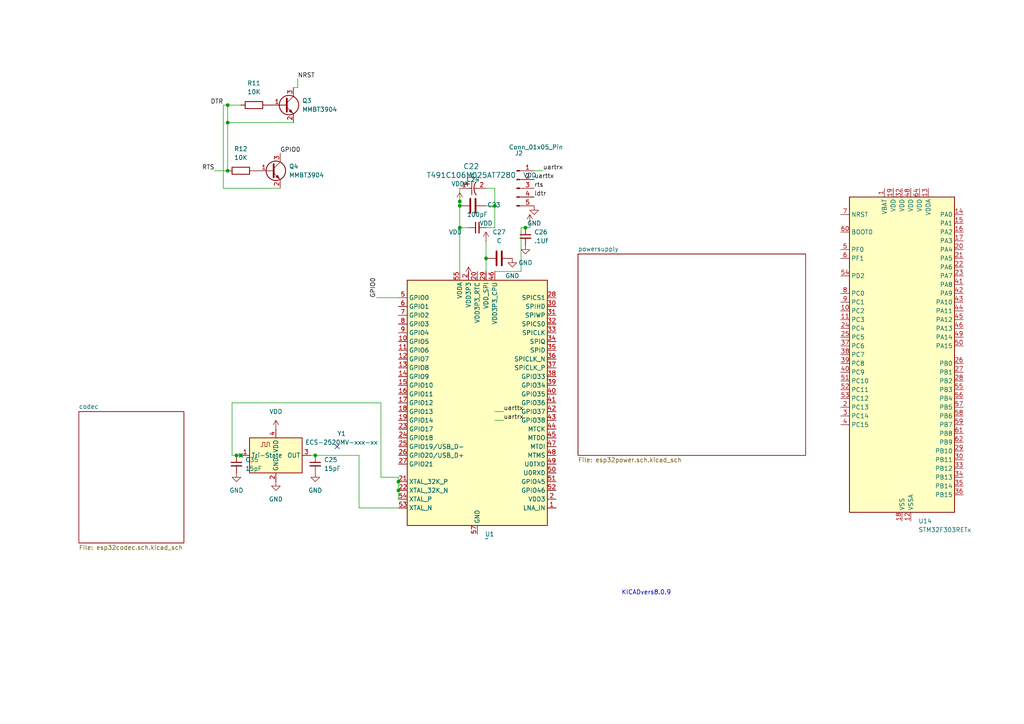
<source format=kicad_sch>
(kicad_sch
	(version 20231120)
	(generator "eeschema")
	(generator_version "8.0")
	(uuid "c4754426-a41b-4341-9d09-2e389619f3d6")
	(paper "A4")
	(lib_symbols
		(symbol "Connector:Conn_01x05_Pin"
			(pin_names
				(offset 1.016) hide)
			(exclude_from_sim no)
			(in_bom yes)
			(on_board yes)
			(property "Reference" "J"
				(at 0 7.62 0)
				(effects
					(font
						(size 1.27 1.27)
					)
				)
			)
			(property "Value" "Conn_01x05_Pin"
				(at 0 -7.62 0)
				(effects
					(font
						(size 1.27 1.27)
					)
				)
			)
			(property "Footprint" ""
				(at 0 0 0)
				(effects
					(font
						(size 1.27 1.27)
					)
					(hide yes)
				)
			)
			(property "Datasheet" "~"
				(at 0 0 0)
				(effects
					(font
						(size 1.27 1.27)
					)
					(hide yes)
				)
			)
			(property "Description" "Generic connector, single row, 01x05, script generated"
				(at 0 0 0)
				(effects
					(font
						(size 1.27 1.27)
					)
					(hide yes)
				)
			)
			(property "ki_locked" ""
				(at 0 0 0)
				(effects
					(font
						(size 1.27 1.27)
					)
				)
			)
			(property "ki_keywords" "connector"
				(at 0 0 0)
				(effects
					(font
						(size 1.27 1.27)
					)
					(hide yes)
				)
			)
			(property "ki_fp_filters" "Connector*:*_1x??_*"
				(at 0 0 0)
				(effects
					(font
						(size 1.27 1.27)
					)
					(hide yes)
				)
			)
			(symbol "Conn_01x05_Pin_1_1"
				(polyline
					(pts
						(xy 1.27 -5.08) (xy 0.8636 -5.08)
					)
					(stroke
						(width 0.1524)
						(type default)
					)
					(fill
						(type none)
					)
				)
				(polyline
					(pts
						(xy 1.27 -2.54) (xy 0.8636 -2.54)
					)
					(stroke
						(width 0.1524)
						(type default)
					)
					(fill
						(type none)
					)
				)
				(polyline
					(pts
						(xy 1.27 0) (xy 0.8636 0)
					)
					(stroke
						(width 0.1524)
						(type default)
					)
					(fill
						(type none)
					)
				)
				(polyline
					(pts
						(xy 1.27 2.54) (xy 0.8636 2.54)
					)
					(stroke
						(width 0.1524)
						(type default)
					)
					(fill
						(type none)
					)
				)
				(polyline
					(pts
						(xy 1.27 5.08) (xy 0.8636 5.08)
					)
					(stroke
						(width 0.1524)
						(type default)
					)
					(fill
						(type none)
					)
				)
				(rectangle
					(start 0.8636 -4.953)
					(end 0 -5.207)
					(stroke
						(width 0.1524)
						(type default)
					)
					(fill
						(type outline)
					)
				)
				(rectangle
					(start 0.8636 -2.413)
					(end 0 -2.667)
					(stroke
						(width 0.1524)
						(type default)
					)
					(fill
						(type outline)
					)
				)
				(rectangle
					(start 0.8636 0.127)
					(end 0 -0.127)
					(stroke
						(width 0.1524)
						(type default)
					)
					(fill
						(type outline)
					)
				)
				(rectangle
					(start 0.8636 2.667)
					(end 0 2.413)
					(stroke
						(width 0.1524)
						(type default)
					)
					(fill
						(type outline)
					)
				)
				(rectangle
					(start 0.8636 5.207)
					(end 0 4.953)
					(stroke
						(width 0.1524)
						(type default)
					)
					(fill
						(type outline)
					)
				)
				(pin passive line
					(at 5.08 5.08 180)
					(length 3.81)
					(name "Pin_1"
						(effects
							(font
								(size 1.27 1.27)
							)
						)
					)
					(number "1"
						(effects
							(font
								(size 1.27 1.27)
							)
						)
					)
				)
				(pin passive line
					(at 5.08 2.54 180)
					(length 3.81)
					(name "Pin_2"
						(effects
							(font
								(size 1.27 1.27)
							)
						)
					)
					(number "2"
						(effects
							(font
								(size 1.27 1.27)
							)
						)
					)
				)
				(pin passive line
					(at 5.08 0 180)
					(length 3.81)
					(name "Pin_3"
						(effects
							(font
								(size 1.27 1.27)
							)
						)
					)
					(number "3"
						(effects
							(font
								(size 1.27 1.27)
							)
						)
					)
				)
				(pin passive line
					(at 5.08 -2.54 180)
					(length 3.81)
					(name "Pin_4"
						(effects
							(font
								(size 1.27 1.27)
							)
						)
					)
					(number "4"
						(effects
							(font
								(size 1.27 1.27)
							)
						)
					)
				)
				(pin passive line
					(at 5.08 -5.08 180)
					(length 3.81)
					(name "Pin_5"
						(effects
							(font
								(size 1.27 1.27)
							)
						)
					)
					(number "5"
						(effects
							(font
								(size 1.27 1.27)
							)
						)
					)
				)
			)
		)
		(symbol "Device:C"
			(pin_numbers hide)
			(pin_names
				(offset 0.254)
			)
			(exclude_from_sim no)
			(in_bom yes)
			(on_board yes)
			(property "Reference" "C"
				(at 0.635 2.54 0)
				(effects
					(font
						(size 1.27 1.27)
					)
					(justify left)
				)
			)
			(property "Value" "C"
				(at 0.635 -2.54 0)
				(effects
					(font
						(size 1.27 1.27)
					)
					(justify left)
				)
			)
			(property "Footprint" ""
				(at 0.9652 -3.81 0)
				(effects
					(font
						(size 1.27 1.27)
					)
					(hide yes)
				)
			)
			(property "Datasheet" "~"
				(at 0 0 0)
				(effects
					(font
						(size 1.27 1.27)
					)
					(hide yes)
				)
			)
			(property "Description" "Unpolarized capacitor"
				(at 0 0 0)
				(effects
					(font
						(size 1.27 1.27)
					)
					(hide yes)
				)
			)
			(property "ki_keywords" "cap capacitor"
				(at 0 0 0)
				(effects
					(font
						(size 1.27 1.27)
					)
					(hide yes)
				)
			)
			(property "ki_fp_filters" "C_*"
				(at 0 0 0)
				(effects
					(font
						(size 1.27 1.27)
					)
					(hide yes)
				)
			)
			(symbol "C_0_1"
				(polyline
					(pts
						(xy -2.032 -0.762) (xy 2.032 -0.762)
					)
					(stroke
						(width 0.508)
						(type default)
					)
					(fill
						(type none)
					)
				)
				(polyline
					(pts
						(xy -2.032 0.762) (xy 2.032 0.762)
					)
					(stroke
						(width 0.508)
						(type default)
					)
					(fill
						(type none)
					)
				)
			)
			(symbol "C_1_1"
				(pin passive line
					(at 0 3.81 270)
					(length 2.794)
					(name "~"
						(effects
							(font
								(size 1.27 1.27)
							)
						)
					)
					(number "1"
						(effects
							(font
								(size 1.27 1.27)
							)
						)
					)
				)
				(pin passive line
					(at 0 -3.81 90)
					(length 2.794)
					(name "~"
						(effects
							(font
								(size 1.27 1.27)
							)
						)
					)
					(number "2"
						(effects
							(font
								(size 1.27 1.27)
							)
						)
					)
				)
			)
		)
		(symbol "Device:C_Small"
			(pin_numbers hide)
			(pin_names
				(offset 0.254) hide)
			(exclude_from_sim no)
			(in_bom yes)
			(on_board yes)
			(property "Reference" "C"
				(at 0.254 1.778 0)
				(effects
					(font
						(size 1.27 1.27)
					)
					(justify left)
				)
			)
			(property "Value" "C_Small"
				(at 0.254 -2.032 0)
				(effects
					(font
						(size 1.27 1.27)
					)
					(justify left)
				)
			)
			(property "Footprint" ""
				(at 0 0 0)
				(effects
					(font
						(size 1.27 1.27)
					)
					(hide yes)
				)
			)
			(property "Datasheet" "~"
				(at 0 0 0)
				(effects
					(font
						(size 1.27 1.27)
					)
					(hide yes)
				)
			)
			(property "Description" "Unpolarized capacitor, small symbol"
				(at 0 0 0)
				(effects
					(font
						(size 1.27 1.27)
					)
					(hide yes)
				)
			)
			(property "ki_keywords" "capacitor cap"
				(at 0 0 0)
				(effects
					(font
						(size 1.27 1.27)
					)
					(hide yes)
				)
			)
			(property "ki_fp_filters" "C_*"
				(at 0 0 0)
				(effects
					(font
						(size 1.27 1.27)
					)
					(hide yes)
				)
			)
			(symbol "C_Small_0_1"
				(polyline
					(pts
						(xy -1.524 -0.508) (xy 1.524 -0.508)
					)
					(stroke
						(width 0.3302)
						(type default)
					)
					(fill
						(type none)
					)
				)
				(polyline
					(pts
						(xy -1.524 0.508) (xy 1.524 0.508)
					)
					(stroke
						(width 0.3048)
						(type default)
					)
					(fill
						(type none)
					)
				)
			)
			(symbol "C_Small_1_1"
				(pin passive line
					(at 0 2.54 270)
					(length 2.032)
					(name "~"
						(effects
							(font
								(size 1.27 1.27)
							)
						)
					)
					(number "1"
						(effects
							(font
								(size 1.27 1.27)
							)
						)
					)
				)
				(pin passive line
					(at 0 -2.54 90)
					(length 2.032)
					(name "~"
						(effects
							(font
								(size 1.27 1.27)
							)
						)
					)
					(number "2"
						(effects
							(font
								(size 1.27 1.27)
							)
						)
					)
				)
			)
		)
		(symbol "Device:R"
			(pin_numbers hide)
			(pin_names
				(offset 0)
			)
			(exclude_from_sim no)
			(in_bom yes)
			(on_board yes)
			(property "Reference" "R"
				(at 2.032 0 90)
				(effects
					(font
						(size 1.27 1.27)
					)
				)
			)
			(property "Value" "R"
				(at 0 0 90)
				(effects
					(font
						(size 1.27 1.27)
					)
				)
			)
			(property "Footprint" ""
				(at -1.778 0 90)
				(effects
					(font
						(size 1.27 1.27)
					)
					(hide yes)
				)
			)
			(property "Datasheet" "~"
				(at 0 0 0)
				(effects
					(font
						(size 1.27 1.27)
					)
					(hide yes)
				)
			)
			(property "Description" "Resistor"
				(at 0 0 0)
				(effects
					(font
						(size 1.27 1.27)
					)
					(hide yes)
				)
			)
			(property "ki_keywords" "R res resistor"
				(at 0 0 0)
				(effects
					(font
						(size 1.27 1.27)
					)
					(hide yes)
				)
			)
			(property "ki_fp_filters" "R_*"
				(at 0 0 0)
				(effects
					(font
						(size 1.27 1.27)
					)
					(hide yes)
				)
			)
			(symbol "R_0_1"
				(rectangle
					(start -1.016 -2.54)
					(end 1.016 2.54)
					(stroke
						(width 0.254)
						(type default)
					)
					(fill
						(type none)
					)
				)
			)
			(symbol "R_1_1"
				(pin passive line
					(at 0 3.81 270)
					(length 1.27)
					(name "~"
						(effects
							(font
								(size 1.27 1.27)
							)
						)
					)
					(number "1"
						(effects
							(font
								(size 1.27 1.27)
							)
						)
					)
				)
				(pin passive line
					(at 0 -3.81 90)
					(length 1.27)
					(name "~"
						(effects
							(font
								(size 1.27 1.27)
							)
						)
					)
					(number "2"
						(effects
							(font
								(size 1.27 1.27)
							)
						)
					)
				)
			)
		)
		(symbol "MCU_ST_STM32F3:STM32F303RETx"
			(exclude_from_sim no)
			(in_bom yes)
			(on_board yes)
			(property "Reference" "U"
				(at -15.24 46.99 0)
				(effects
					(font
						(size 1.27 1.27)
					)
					(justify left)
				)
			)
			(property "Value" "STM32F303RETx"
				(at 10.16 46.99 0)
				(effects
					(font
						(size 1.27 1.27)
					)
					(justify left)
				)
			)
			(property "Footprint" "Package_QFP:LQFP-64_10x10mm_P0.5mm"
				(at -15.24 -45.72 0)
				(effects
					(font
						(size 1.27 1.27)
					)
					(justify right)
					(hide yes)
				)
			)
			(property "Datasheet" "https://www.st.com/resource/en/datasheet/stm32f303re.pdf"
				(at 0 0 0)
				(effects
					(font
						(size 1.27 1.27)
					)
					(hide yes)
				)
			)
			(property "Description" "STMicroelectronics Arm Cortex-M4 MCU, 512KB flash, 80KB RAM, 72 MHz, 2.0-3.6V, 51 GPIO, LQFP64"
				(at 0 0 0)
				(effects
					(font
						(size 1.27 1.27)
					)
					(hide yes)
				)
			)
			(property "ki_keywords" "Arm Cortex-M4 STM32F3 STM32F303"
				(at 0 0 0)
				(effects
					(font
						(size 1.27 1.27)
					)
					(hide yes)
				)
			)
			(property "ki_fp_filters" "LQFP*10x10mm*P0.5mm*"
				(at 0 0 0)
				(effects
					(font
						(size 1.27 1.27)
					)
					(hide yes)
				)
			)
			(symbol "STM32F303RETx_0_1"
				(rectangle
					(start -15.24 -45.72)
					(end 15.24 45.72)
					(stroke
						(width 0.254)
						(type default)
					)
					(fill
						(type background)
					)
				)
			)
			(symbol "STM32F303RETx_1_1"
				(pin power_in line
					(at -5.08 48.26 270)
					(length 2.54)
					(name "VBAT"
						(effects
							(font
								(size 1.27 1.27)
							)
						)
					)
					(number "1"
						(effects
							(font
								(size 1.27 1.27)
							)
						)
					)
				)
				(pin bidirectional line
					(at -17.78 12.7 0)
					(length 2.54)
					(name "PC2"
						(effects
							(font
								(size 1.27 1.27)
							)
						)
					)
					(number "10"
						(effects
							(font
								(size 1.27 1.27)
							)
						)
					)
					(alternate "ADC1_IN8" bidirectional line)
					(alternate "ADC2_IN8" bidirectional line)
					(alternate "ADC3_EXTI2" bidirectional line)
					(alternate "ADC4_EXTI2" bidirectional line)
					(alternate "COMP7_OUT" bidirectional line)
					(alternate "TIM1_CH3" bidirectional line)
				)
				(pin bidirectional line
					(at -17.78 10.16 0)
					(length 2.54)
					(name "PC3"
						(effects
							(font
								(size 1.27 1.27)
							)
						)
					)
					(number "11"
						(effects
							(font
								(size 1.27 1.27)
							)
						)
					)
					(alternate "ADC1_IN9" bidirectional line)
					(alternate "ADC2_IN9" bidirectional line)
					(alternate "TIM1_BKIN2" bidirectional line)
					(alternate "TIM1_CH4" bidirectional line)
				)
				(pin power_in line
					(at 2.54 -48.26 90)
					(length 2.54)
					(name "VSSA"
						(effects
							(font
								(size 1.27 1.27)
							)
						)
					)
					(number "12"
						(effects
							(font
								(size 1.27 1.27)
							)
						)
					)
				)
				(pin power_in line
					(at 7.62 48.26 270)
					(length 2.54)
					(name "VDDA"
						(effects
							(font
								(size 1.27 1.27)
							)
						)
					)
					(number "13"
						(effects
							(font
								(size 1.27 1.27)
							)
						)
					)
				)
				(pin bidirectional line
					(at 17.78 40.64 180)
					(length 2.54)
					(name "PA0"
						(effects
							(font
								(size 1.27 1.27)
							)
						)
					)
					(number "14"
						(effects
							(font
								(size 1.27 1.27)
							)
						)
					)
					(alternate "ADC1_IN1" bidirectional line)
					(alternate "COMP1_INM" bidirectional line)
					(alternate "COMP1_OUT" bidirectional line)
					(alternate "RTC_TAMP2" bidirectional line)
					(alternate "SYS_WKUP1" bidirectional line)
					(alternate "TIM2_CH1" bidirectional line)
					(alternate "TIM2_ETR" bidirectional line)
					(alternate "TIM8_BKIN" bidirectional line)
					(alternate "TIM8_ETR" bidirectional line)
					(alternate "TSC_G1_IO1" bidirectional line)
					(alternate "USART2_CTS" bidirectional line)
				)
				(pin bidirectional line
					(at 17.78 38.1 180)
					(length 2.54)
					(name "PA1"
						(effects
							(font
								(size 1.27 1.27)
							)
						)
					)
					(number "15"
						(effects
							(font
								(size 1.27 1.27)
							)
						)
					)
					(alternate "ADC1_IN2" bidirectional line)
					(alternate "COMP1_INP" bidirectional line)
					(alternate "OPAMP1_VINP" bidirectional line)
					(alternate "OPAMP1_VINP_SEC" bidirectional line)
					(alternate "OPAMP3_VINP" bidirectional line)
					(alternate "OPAMP3_VINP_SEC" bidirectional line)
					(alternate "RTC_REFIN" bidirectional line)
					(alternate "TIM15_CH1N" bidirectional line)
					(alternate "TIM2_CH2" bidirectional line)
					(alternate "TSC_G1_IO2" bidirectional line)
					(alternate "USART2_DE" bidirectional line)
					(alternate "USART2_RTS" bidirectional line)
				)
				(pin bidirectional line
					(at 17.78 35.56 180)
					(length 2.54)
					(name "PA2"
						(effects
							(font
								(size 1.27 1.27)
							)
						)
					)
					(number "16"
						(effects
							(font
								(size 1.27 1.27)
							)
						)
					)
					(alternate "ADC1_IN3" bidirectional line)
					(alternate "ADC3_EXTI2" bidirectional line)
					(alternate "ADC4_EXTI2" bidirectional line)
					(alternate "COMP2_INM" bidirectional line)
					(alternate "COMP2_OUT" bidirectional line)
					(alternate "OPAMP1_VOUT" bidirectional line)
					(alternate "TIM15_CH1" bidirectional line)
					(alternate "TIM2_CH3" bidirectional line)
					(alternate "TSC_G1_IO3" bidirectional line)
					(alternate "USART2_TX" bidirectional line)
				)
				(pin bidirectional line
					(at 17.78 33.02 180)
					(length 2.54)
					(name "PA3"
						(effects
							(font
								(size 1.27 1.27)
							)
						)
					)
					(number "17"
						(effects
							(font
								(size 1.27 1.27)
							)
						)
					)
					(alternate "ADC1_IN4" bidirectional line)
					(alternate "OPAMP1_VINM" bidirectional line)
					(alternate "OPAMP1_VINM_SEC" bidirectional line)
					(alternate "OPAMP1_VINP" bidirectional line)
					(alternate "OPAMP1_VINP_SEC" bidirectional line)
					(alternate "TIM15_CH2" bidirectional line)
					(alternate "TIM2_CH4" bidirectional line)
					(alternate "TSC_G1_IO4" bidirectional line)
					(alternate "USART2_RX" bidirectional line)
				)
				(pin power_in line
					(at 0 -48.26 90)
					(length 2.54)
					(name "VSS"
						(effects
							(font
								(size 1.27 1.27)
							)
						)
					)
					(number "18"
						(effects
							(font
								(size 1.27 1.27)
							)
						)
					)
				)
				(pin power_in line
					(at -2.54 48.26 270)
					(length 2.54)
					(name "VDD"
						(effects
							(font
								(size 1.27 1.27)
							)
						)
					)
					(number "19"
						(effects
							(font
								(size 1.27 1.27)
							)
						)
					)
				)
				(pin bidirectional line
					(at -17.78 -15.24 0)
					(length 2.54)
					(name "PC13"
						(effects
							(font
								(size 1.27 1.27)
							)
						)
					)
					(number "2"
						(effects
							(font
								(size 1.27 1.27)
							)
						)
					)
					(alternate "RTC_OUT_ALARM" bidirectional line)
					(alternate "RTC_OUT_CALIB" bidirectional line)
					(alternate "RTC_TAMP1" bidirectional line)
					(alternate "RTC_TS" bidirectional line)
					(alternate "SYS_WKUP2" bidirectional line)
					(alternate "TIM1_CH1N" bidirectional line)
				)
				(pin bidirectional line
					(at 17.78 30.48 180)
					(length 2.54)
					(name "PA4"
						(effects
							(font
								(size 1.27 1.27)
							)
						)
					)
					(number "20"
						(effects
							(font
								(size 1.27 1.27)
							)
						)
					)
					(alternate "ADC2_IN1" bidirectional line)
					(alternate "COMP1_INM" bidirectional line)
					(alternate "COMP2_INM" bidirectional line)
					(alternate "COMP3_INM" bidirectional line)
					(alternate "COMP4_INM" bidirectional line)
					(alternate "COMP5_INM" bidirectional line)
					(alternate "COMP6_INM" bidirectional line)
					(alternate "COMP7_INM" bidirectional line)
					(alternate "DAC1_OUT1" bidirectional line)
					(alternate "I2S3_WS" bidirectional line)
					(alternate "OPAMP4_VINP" bidirectional line)
					(alternate "OPAMP4_VINP_SEC" bidirectional line)
					(alternate "SPI1_NSS" bidirectional line)
					(alternate "SPI3_NSS" bidirectional line)
					(alternate "TIM3_CH2" bidirectional line)
					(alternate "TSC_G2_IO1" bidirectional line)
					(alternate "USART2_CK" bidirectional line)
				)
				(pin bidirectional line
					(at 17.78 27.94 180)
					(length 2.54)
					(name "PA5"
						(effects
							(font
								(size 1.27 1.27)
							)
						)
					)
					(number "21"
						(effects
							(font
								(size 1.27 1.27)
							)
						)
					)
					(alternate "ADC2_IN2" bidirectional line)
					(alternate "COMP1_INM" bidirectional line)
					(alternate "COMP2_INM" bidirectional line)
					(alternate "COMP3_INM" bidirectional line)
					(alternate "COMP4_INM" bidirectional line)
					(alternate "COMP5_INM" bidirectional line)
					(alternate "COMP6_INM" bidirectional line)
					(alternate "COMP7_INM" bidirectional line)
					(alternate "DAC1_OUT2" bidirectional line)
					(alternate "OPAMP1_VINP" bidirectional line)
					(alternate "OPAMP1_VINP_SEC" bidirectional line)
					(alternate "OPAMP2_VINM" bidirectional line)
					(alternate "OPAMP2_VINM_SEC" bidirectional line)
					(alternate "OPAMP3_VINP" bidirectional line)
					(alternate "OPAMP3_VINP_SEC" bidirectional line)
					(alternate "SPI1_SCK" bidirectional line)
					(alternate "TIM2_CH1" bidirectional line)
					(alternate "TIM2_ETR" bidirectional line)
					(alternate "TSC_G2_IO2" bidirectional line)
				)
				(pin bidirectional line
					(at 17.78 25.4 180)
					(length 2.54)
					(name "PA6"
						(effects
							(font
								(size 1.27 1.27)
							)
						)
					)
					(number "22"
						(effects
							(font
								(size 1.27 1.27)
							)
						)
					)
					(alternate "ADC2_IN3" bidirectional line)
					(alternate "COMP1_OUT" bidirectional line)
					(alternate "OPAMP2_VOUT" bidirectional line)
					(alternate "SPI1_MISO" bidirectional line)
					(alternate "TIM16_CH1" bidirectional line)
					(alternate "TIM1_BKIN" bidirectional line)
					(alternate "TIM3_CH1" bidirectional line)
					(alternate "TIM8_BKIN" bidirectional line)
					(alternate "TSC_G2_IO3" bidirectional line)
				)
				(pin bidirectional line
					(at 17.78 22.86 180)
					(length 2.54)
					(name "PA7"
						(effects
							(font
								(size 1.27 1.27)
							)
						)
					)
					(number "23"
						(effects
							(font
								(size 1.27 1.27)
							)
						)
					)
					(alternate "ADC2_IN4" bidirectional line)
					(alternate "COMP2_INP" bidirectional line)
					(alternate "OPAMP1_VINP" bidirectional line)
					(alternate "OPAMP1_VINP_SEC" bidirectional line)
					(alternate "OPAMP2_VINP" bidirectional line)
					(alternate "OPAMP2_VINP_SEC" bidirectional line)
					(alternate "SPI1_MOSI" bidirectional line)
					(alternate "TIM17_CH1" bidirectional line)
					(alternate "TIM1_CH1N" bidirectional line)
					(alternate "TIM3_CH2" bidirectional line)
					(alternate "TIM8_CH1N" bidirectional line)
					(alternate "TSC_G2_IO4" bidirectional line)
				)
				(pin bidirectional line
					(at -17.78 7.62 0)
					(length 2.54)
					(name "PC4"
						(effects
							(font
								(size 1.27 1.27)
							)
						)
					)
					(number "24"
						(effects
							(font
								(size 1.27 1.27)
							)
						)
					)
					(alternate "ADC2_IN5" bidirectional line)
					(alternate "TIM1_ETR" bidirectional line)
					(alternate "USART1_TX" bidirectional line)
				)
				(pin bidirectional line
					(at -17.78 5.08 0)
					(length 2.54)
					(name "PC5"
						(effects
							(font
								(size 1.27 1.27)
							)
						)
					)
					(number "25"
						(effects
							(font
								(size 1.27 1.27)
							)
						)
					)
					(alternate "ADC2_IN11" bidirectional line)
					(alternate "OPAMP1_VINM" bidirectional line)
					(alternate "OPAMP1_VINM_SEC" bidirectional line)
					(alternate "OPAMP2_VINM" bidirectional line)
					(alternate "OPAMP2_VINM_SEC" bidirectional line)
					(alternate "TIM15_BKIN" bidirectional line)
					(alternate "TSC_G3_IO1" bidirectional line)
					(alternate "USART1_RX" bidirectional line)
				)
				(pin bidirectional line
					(at 17.78 -2.54 180)
					(length 2.54)
					(name "PB0"
						(effects
							(font
								(size 1.27 1.27)
							)
						)
					)
					(number "26"
						(effects
							(font
								(size 1.27 1.27)
							)
						)
					)
					(alternate "ADC3_IN12" bidirectional line)
					(alternate "COMP4_INP" bidirectional line)
					(alternate "OPAMP2_VINP" bidirectional line)
					(alternate "OPAMP2_VINP_SEC" bidirectional line)
					(alternate "OPAMP3_VINP" bidirectional line)
					(alternate "OPAMP3_VINP_SEC" bidirectional line)
					(alternate "TIM1_CH2N" bidirectional line)
					(alternate "TIM3_CH3" bidirectional line)
					(alternate "TIM8_CH2N" bidirectional line)
					(alternate "TSC_G3_IO2" bidirectional line)
				)
				(pin bidirectional line
					(at 17.78 -5.08 180)
					(length 2.54)
					(name "PB1"
						(effects
							(font
								(size 1.27 1.27)
							)
						)
					)
					(number "27"
						(effects
							(font
								(size 1.27 1.27)
							)
						)
					)
					(alternate "ADC3_IN1" bidirectional line)
					(alternate "COMP4_OUT" bidirectional line)
					(alternate "OPAMP3_VOUT" bidirectional line)
					(alternate "TIM1_CH3N" bidirectional line)
					(alternate "TIM3_CH4" bidirectional line)
					(alternate "TIM8_CH3N" bidirectional line)
					(alternate "TSC_G3_IO3" bidirectional line)
				)
				(pin bidirectional line
					(at 17.78 -7.62 180)
					(length 2.54)
					(name "PB2"
						(effects
							(font
								(size 1.27 1.27)
							)
						)
					)
					(number "28"
						(effects
							(font
								(size 1.27 1.27)
							)
						)
					)
					(alternate "ADC2_IN12" bidirectional line)
					(alternate "ADC3_EXTI2" bidirectional line)
					(alternate "ADC4_EXTI2" bidirectional line)
					(alternate "COMP4_INM" bidirectional line)
					(alternate "OPAMP3_VINM" bidirectional line)
					(alternate "OPAMP3_VINM_SEC" bidirectional line)
					(alternate "TSC_G3_IO4" bidirectional line)
				)
				(pin bidirectional line
					(at 17.78 -27.94 180)
					(length 2.54)
					(name "PB10"
						(effects
							(font
								(size 1.27 1.27)
							)
						)
					)
					(number "29"
						(effects
							(font
								(size 1.27 1.27)
							)
						)
					)
					(alternate "COMP5_INM" bidirectional line)
					(alternate "OPAMP3_VINM" bidirectional line)
					(alternate "OPAMP3_VINM_SEC" bidirectional line)
					(alternate "OPAMP4_VINM" bidirectional line)
					(alternate "OPAMP4_VINM_SEC" bidirectional line)
					(alternate "TIM2_CH3" bidirectional line)
					(alternate "TSC_SYNC" bidirectional line)
					(alternate "USART3_TX" bidirectional line)
				)
				(pin bidirectional line
					(at -17.78 -17.78 0)
					(length 2.54)
					(name "PC14"
						(effects
							(font
								(size 1.27 1.27)
							)
						)
					)
					(number "3"
						(effects
							(font
								(size 1.27 1.27)
							)
						)
					)
					(alternate "RCC_OSC32_IN" bidirectional line)
				)
				(pin bidirectional line
					(at 17.78 -30.48 180)
					(length 2.54)
					(name "PB11"
						(effects
							(font
								(size 1.27 1.27)
							)
						)
					)
					(number "30"
						(effects
							(font
								(size 1.27 1.27)
							)
						)
					)
					(alternate "ADC1_EXTI11" bidirectional line)
					(alternate "ADC1_IN14" bidirectional line)
					(alternate "ADC2_EXTI11" bidirectional line)
					(alternate "ADC2_IN14" bidirectional line)
					(alternate "COMP6_INP" bidirectional line)
					(alternate "OPAMP4_VINP" bidirectional line)
					(alternate "OPAMP4_VINP_SEC" bidirectional line)
					(alternate "TIM2_CH4" bidirectional line)
					(alternate "TSC_G6_IO1" bidirectional line)
					(alternate "USART3_RX" bidirectional line)
				)
				(pin passive line
					(at 0 -48.26 90)
					(length 2.54) hide
					(name "VSS"
						(effects
							(font
								(size 1.27 1.27)
							)
						)
					)
					(number "31"
						(effects
							(font
								(size 1.27 1.27)
							)
						)
					)
				)
				(pin power_in line
					(at 0 48.26 270)
					(length 2.54)
					(name "VDD"
						(effects
							(font
								(size 1.27 1.27)
							)
						)
					)
					(number "32"
						(effects
							(font
								(size 1.27 1.27)
							)
						)
					)
				)
				(pin bidirectional line
					(at 17.78 -33.02 180)
					(length 2.54)
					(name "PB12"
						(effects
							(font
								(size 1.27 1.27)
							)
						)
					)
					(number "33"
						(effects
							(font
								(size 1.27 1.27)
							)
						)
					)
					(alternate "ADC4_IN3" bidirectional line)
					(alternate "COMP3_INM" bidirectional line)
					(alternate "I2C2_SMBA" bidirectional line)
					(alternate "I2S2_WS" bidirectional line)
					(alternate "OPAMP4_VOUT" bidirectional line)
					(alternate "SPI2_NSS" bidirectional line)
					(alternate "TIM1_BKIN" bidirectional line)
					(alternate "TSC_G6_IO2" bidirectional line)
					(alternate "USART3_CK" bidirectional line)
				)
				(pin bidirectional line
					(at 17.78 -35.56 180)
					(length 2.54)
					(name "PB13"
						(effects
							(font
								(size 1.27 1.27)
							)
						)
					)
					(number "34"
						(effects
							(font
								(size 1.27 1.27)
							)
						)
					)
					(alternate "ADC3_IN5" bidirectional line)
					(alternate "COMP5_INP" bidirectional line)
					(alternate "I2S2_CK" bidirectional line)
					(alternate "OPAMP3_VINP" bidirectional line)
					(alternate "OPAMP3_VINP_SEC" bidirectional line)
					(alternate "OPAMP4_VINP" bidirectional line)
					(alternate "OPAMP4_VINP_SEC" bidirectional line)
					(alternate "SPI2_SCK" bidirectional line)
					(alternate "TIM1_CH1N" bidirectional line)
					(alternate "TSC_G6_IO3" bidirectional line)
					(alternate "USART3_CTS" bidirectional line)
				)
				(pin bidirectional line
					(at 17.78 -38.1 180)
					(length 2.54)
					(name "PB14"
						(effects
							(font
								(size 1.27 1.27)
							)
						)
					)
					(number "35"
						(effects
							(font
								(size 1.27 1.27)
							)
						)
					)
					(alternate "ADC4_IN4" bidirectional line)
					(alternate "COMP3_INP" bidirectional line)
					(alternate "I2S2_ext_SD" bidirectional line)
					(alternate "OPAMP2_VINP" bidirectional line)
					(alternate "OPAMP2_VINP_SEC" bidirectional line)
					(alternate "SPI2_MISO" bidirectional line)
					(alternate "TIM15_CH1" bidirectional line)
					(alternate "TIM1_CH2N" bidirectional line)
					(alternate "TSC_G6_IO4" bidirectional line)
					(alternate "USART3_DE" bidirectional line)
					(alternate "USART3_RTS" bidirectional line)
				)
				(pin bidirectional line
					(at 17.78 -40.64 180)
					(length 2.54)
					(name "PB15"
						(effects
							(font
								(size 1.27 1.27)
							)
						)
					)
					(number "36"
						(effects
							(font
								(size 1.27 1.27)
							)
						)
					)
					(alternate "ADC1_EXTI15" bidirectional line)
					(alternate "ADC2_EXTI15" bidirectional line)
					(alternate "ADC3_EXTI15" bidirectional line)
					(alternate "ADC4_EXTI15" bidirectional line)
					(alternate "ADC4_IN5" bidirectional line)
					(alternate "COMP6_INM" bidirectional line)
					(alternate "I2S2_SD" bidirectional line)
					(alternate "RTC_REFIN" bidirectional line)
					(alternate "SPI2_MOSI" bidirectional line)
					(alternate "TIM15_CH1N" bidirectional line)
					(alternate "TIM15_CH2" bidirectional line)
					(alternate "TIM1_CH3N" bidirectional line)
				)
				(pin bidirectional line
					(at -17.78 2.54 0)
					(length 2.54)
					(name "PC6"
						(effects
							(font
								(size 1.27 1.27)
							)
						)
					)
					(number "37"
						(effects
							(font
								(size 1.27 1.27)
							)
						)
					)
					(alternate "COMP6_OUT" bidirectional line)
					(alternate "I2S2_MCK" bidirectional line)
					(alternate "TIM3_CH1" bidirectional line)
					(alternate "TIM8_CH1" bidirectional line)
				)
				(pin bidirectional line
					(at -17.78 0 0)
					(length 2.54)
					(name "PC7"
						(effects
							(font
								(size 1.27 1.27)
							)
						)
					)
					(number "38"
						(effects
							(font
								(size 1.27 1.27)
							)
						)
					)
					(alternate "COMP5_OUT" bidirectional line)
					(alternate "I2S3_MCK" bidirectional line)
					(alternate "TIM3_CH2" bidirectional line)
					(alternate "TIM8_CH2" bidirectional line)
				)
				(pin bidirectional line
					(at -17.78 -2.54 0)
					(length 2.54)
					(name "PC8"
						(effects
							(font
								(size 1.27 1.27)
							)
						)
					)
					(number "39"
						(effects
							(font
								(size 1.27 1.27)
							)
						)
					)
					(alternate "COMP3_OUT" bidirectional line)
					(alternate "TIM3_CH3" bidirectional line)
					(alternate "TIM8_CH3" bidirectional line)
				)
				(pin bidirectional line
					(at -17.78 -20.32 0)
					(length 2.54)
					(name "PC15"
						(effects
							(font
								(size 1.27 1.27)
							)
						)
					)
					(number "4"
						(effects
							(font
								(size 1.27 1.27)
							)
						)
					)
					(alternate "ADC1_EXTI15" bidirectional line)
					(alternate "ADC2_EXTI15" bidirectional line)
					(alternate "ADC3_EXTI15" bidirectional line)
					(alternate "ADC4_EXTI15" bidirectional line)
					(alternate "RCC_OSC32_OUT" bidirectional line)
				)
				(pin bidirectional line
					(at -17.78 -5.08 0)
					(length 2.54)
					(name "PC9"
						(effects
							(font
								(size 1.27 1.27)
							)
						)
					)
					(number "40"
						(effects
							(font
								(size 1.27 1.27)
							)
						)
					)
					(alternate "DAC1_EXTI9" bidirectional line)
					(alternate "I2C3_SDA" bidirectional line)
					(alternate "I2S_CKIN" bidirectional line)
					(alternate "TIM3_CH4" bidirectional line)
					(alternate "TIM8_BKIN2" bidirectional line)
					(alternate "TIM8_CH4" bidirectional line)
				)
				(pin bidirectional line
					(at 17.78 20.32 180)
					(length 2.54)
					(name "PA8"
						(effects
							(font
								(size 1.27 1.27)
							)
						)
					)
					(number "41"
						(effects
							(font
								(size 1.27 1.27)
							)
						)
					)
					(alternate "COMP3_OUT" bidirectional line)
					(alternate "I2C2_SMBA" bidirectional line)
					(alternate "I2C3_SCL" bidirectional line)
					(alternate "I2S2_MCK" bidirectional line)
					(alternate "RCC_MCO" bidirectional line)
					(alternate "TIM1_CH1" bidirectional line)
					(alternate "TIM4_ETR" bidirectional line)
					(alternate "USART1_CK" bidirectional line)
				)
				(pin bidirectional line
					(at 17.78 17.78 180)
					(length 2.54)
					(name "PA9"
						(effects
							(font
								(size 1.27 1.27)
							)
						)
					)
					(number "42"
						(effects
							(font
								(size 1.27 1.27)
							)
						)
					)
					(alternate "COMP5_OUT" bidirectional line)
					(alternate "DAC1_EXTI9" bidirectional line)
					(alternate "I2C2_SCL" bidirectional line)
					(alternate "I2C3_SMBA" bidirectional line)
					(alternate "I2S3_MCK" bidirectional line)
					(alternate "TIM15_BKIN" bidirectional line)
					(alternate "TIM1_CH2" bidirectional line)
					(alternate "TIM2_CH3" bidirectional line)
					(alternate "TSC_G4_IO1" bidirectional line)
					(alternate "USART1_TX" bidirectional line)
				)
				(pin bidirectional line
					(at 17.78 15.24 180)
					(length 2.54)
					(name "PA10"
						(effects
							(font
								(size 1.27 1.27)
							)
						)
					)
					(number "43"
						(effects
							(font
								(size 1.27 1.27)
							)
						)
					)
					(alternate "COMP6_OUT" bidirectional line)
					(alternate "I2C2_SDA" bidirectional line)
					(alternate "I2S2_ext_SD" bidirectional line)
					(alternate "SPI2_MISO" bidirectional line)
					(alternate "TIM17_BKIN" bidirectional line)
					(alternate "TIM1_CH3" bidirectional line)
					(alternate "TIM2_CH4" bidirectional line)
					(alternate "TIM8_BKIN" bidirectional line)
					(alternate "TSC_G4_IO2" bidirectional line)
					(alternate "USART1_RX" bidirectional line)
				)
				(pin bidirectional line
					(at 17.78 12.7 180)
					(length 2.54)
					(name "PA11"
						(effects
							(font
								(size 1.27 1.27)
							)
						)
					)
					(number "44"
						(effects
							(font
								(size 1.27 1.27)
							)
						)
					)
					(alternate "ADC1_EXTI11" bidirectional line)
					(alternate "ADC2_EXTI11" bidirectional line)
					(alternate "CAN_RX" bidirectional line)
					(alternate "COMP1_OUT" bidirectional line)
					(alternate "I2S2_SD" bidirectional line)
					(alternate "SPI2_MOSI" bidirectional line)
					(alternate "TIM1_BKIN2" bidirectional line)
					(alternate "TIM1_CH1N" bidirectional line)
					(alternate "TIM1_CH4" bidirectional line)
					(alternate "TIM4_CH1" bidirectional line)
					(alternate "USART1_CTS" bidirectional line)
					(alternate "USB_DM" bidirectional line)
				)
				(pin bidirectional line
					(at 17.78 10.16 180)
					(length 2.54)
					(name "PA12"
						(effects
							(font
								(size 1.27 1.27)
							)
						)
					)
					(number "45"
						(effects
							(font
								(size 1.27 1.27)
							)
						)
					)
					(alternate "CAN_TX" bidirectional line)
					(alternate "COMP2_OUT" bidirectional line)
					(alternate "I2S_CKIN" bidirectional line)
					(alternate "TIM16_CH1" bidirectional line)
					(alternate "TIM1_CH2N" bidirectional line)
					(alternate "TIM1_ETR" bidirectional line)
					(alternate "TIM4_CH2" bidirectional line)
					(alternate "USART1_DE" bidirectional line)
					(alternate "USART1_RTS" bidirectional line)
					(alternate "USB_DP" bidirectional line)
				)
				(pin bidirectional line
					(at 17.78 7.62 180)
					(length 2.54)
					(name "PA13"
						(effects
							(font
								(size 1.27 1.27)
							)
						)
					)
					(number "46"
						(effects
							(font
								(size 1.27 1.27)
							)
						)
					)
					(alternate "IR_OUT" bidirectional line)
					(alternate "SYS_JTMS-SWDIO" bidirectional line)
					(alternate "TIM16_CH1N" bidirectional line)
					(alternate "TIM4_CH3" bidirectional line)
					(alternate "TSC_G4_IO3" bidirectional line)
					(alternate "USART3_CTS" bidirectional line)
				)
				(pin passive line
					(at 0 -48.26 90)
					(length 2.54) hide
					(name "VSS"
						(effects
							(font
								(size 1.27 1.27)
							)
						)
					)
					(number "47"
						(effects
							(font
								(size 1.27 1.27)
							)
						)
					)
				)
				(pin power_in line
					(at 2.54 48.26 270)
					(length 2.54)
					(name "VDD"
						(effects
							(font
								(size 1.27 1.27)
							)
						)
					)
					(number "48"
						(effects
							(font
								(size 1.27 1.27)
							)
						)
					)
				)
				(pin bidirectional line
					(at 17.78 5.08 180)
					(length 2.54)
					(name "PA14"
						(effects
							(font
								(size 1.27 1.27)
							)
						)
					)
					(number "49"
						(effects
							(font
								(size 1.27 1.27)
							)
						)
					)
					(alternate "I2C1_SDA" bidirectional line)
					(alternate "SYS_JTCK-SWCLK" bidirectional line)
					(alternate "TIM1_BKIN" bidirectional line)
					(alternate "TIM8_CH2" bidirectional line)
					(alternate "TSC_G4_IO4" bidirectional line)
					(alternate "USART2_TX" bidirectional line)
				)
				(pin bidirectional line
					(at -17.78 30.48 0)
					(length 2.54)
					(name "PF0"
						(effects
							(font
								(size 1.27 1.27)
							)
						)
					)
					(number "5"
						(effects
							(font
								(size 1.27 1.27)
							)
						)
					)
					(alternate "I2C2_SDA" bidirectional line)
					(alternate "I2S2_WS" bidirectional line)
					(alternate "RCC_OSC_IN" bidirectional line)
					(alternate "SPI2_NSS" bidirectional line)
					(alternate "TIM1_CH3N" bidirectional line)
				)
				(pin bidirectional line
					(at 17.78 2.54 180)
					(length 2.54)
					(name "PA15"
						(effects
							(font
								(size 1.27 1.27)
							)
						)
					)
					(number "50"
						(effects
							(font
								(size 1.27 1.27)
							)
						)
					)
					(alternate "ADC1_EXTI15" bidirectional line)
					(alternate "ADC2_EXTI15" bidirectional line)
					(alternate "ADC3_EXTI15" bidirectional line)
					(alternate "ADC4_EXTI15" bidirectional line)
					(alternate "I2C1_SCL" bidirectional line)
					(alternate "I2S3_WS" bidirectional line)
					(alternate "SPI1_NSS" bidirectional line)
					(alternate "SPI3_NSS" bidirectional line)
					(alternate "SYS_JTDI" bidirectional line)
					(alternate "TIM1_BKIN" bidirectional line)
					(alternate "TIM2_CH1" bidirectional line)
					(alternate "TIM2_ETR" bidirectional line)
					(alternate "TIM8_CH1" bidirectional line)
					(alternate "TSC_SYNC" bidirectional line)
					(alternate "USART2_RX" bidirectional line)
				)
				(pin bidirectional line
					(at -17.78 -7.62 0)
					(length 2.54)
					(name "PC10"
						(effects
							(font
								(size 1.27 1.27)
							)
						)
					)
					(number "51"
						(effects
							(font
								(size 1.27 1.27)
							)
						)
					)
					(alternate "I2S3_CK" bidirectional line)
					(alternate "SPI3_SCK" bidirectional line)
					(alternate "TIM8_CH1N" bidirectional line)
					(alternate "UART4_TX" bidirectional line)
					(alternate "USART3_TX" bidirectional line)
				)
				(pin bidirectional line
					(at -17.78 -10.16 0)
					(length 2.54)
					(name "PC11"
						(effects
							(font
								(size 1.27 1.27)
							)
						)
					)
					(number "52"
						(effects
							(font
								(size 1.27 1.27)
							)
						)
					)
					(alternate "ADC1_EXTI11" bidirectional line)
					(alternate "ADC2_EXTI11" bidirectional line)
					(alternate "I2S3_ext_SD" bidirectional line)
					(alternate "SPI3_MISO" bidirectional line)
					(alternate "TIM8_CH2N" bidirectional line)
					(alternate "UART4_RX" bidirectional line)
					(alternate "USART3_RX" bidirectional line)
				)
				(pin bidirectional line
					(at -17.78 -12.7 0)
					(length 2.54)
					(name "PC12"
						(effects
							(font
								(size 1.27 1.27)
							)
						)
					)
					(number "53"
						(effects
							(font
								(size 1.27 1.27)
							)
						)
					)
					(alternate "I2S3_SD" bidirectional line)
					(alternate "SPI3_MOSI" bidirectional line)
					(alternate "TIM8_CH3N" bidirectional line)
					(alternate "UART5_TX" bidirectional line)
					(alternate "USART3_CK" bidirectional line)
				)
				(pin bidirectional line
					(at -17.78 22.86 0)
					(length 2.54)
					(name "PD2"
						(effects
							(font
								(size 1.27 1.27)
							)
						)
					)
					(number "54"
						(effects
							(font
								(size 1.27 1.27)
							)
						)
					)
					(alternate "ADC3_EXTI2" bidirectional line)
					(alternate "ADC4_EXTI2" bidirectional line)
					(alternate "TIM3_ETR" bidirectional line)
					(alternate "TIM8_BKIN" bidirectional line)
					(alternate "UART5_RX" bidirectional line)
				)
				(pin bidirectional line
					(at 17.78 -10.16 180)
					(length 2.54)
					(name "PB3"
						(effects
							(font
								(size 1.27 1.27)
							)
						)
					)
					(number "55"
						(effects
							(font
								(size 1.27 1.27)
							)
						)
					)
					(alternate "I2S3_CK" bidirectional line)
					(alternate "SPI1_SCK" bidirectional line)
					(alternate "SPI3_SCK" bidirectional line)
					(alternate "SYS_JTDO-TRACESWO" bidirectional line)
					(alternate "TIM2_CH2" bidirectional line)
					(alternate "TIM3_ETR" bidirectional line)
					(alternate "TIM4_ETR" bidirectional line)
					(alternate "TIM8_CH1N" bidirectional line)
					(alternate "TSC_G5_IO1" bidirectional line)
					(alternate "USART2_TX" bidirectional line)
				)
				(pin bidirectional line
					(at 17.78 -12.7 180)
					(length 2.54)
					(name "PB4"
						(effects
							(font
								(size 1.27 1.27)
							)
						)
					)
					(number "56"
						(effects
							(font
								(size 1.27 1.27)
							)
						)
					)
					(alternate "I2S3_ext_SD" bidirectional line)
					(alternate "SPI1_MISO" bidirectional line)
					(alternate "SPI3_MISO" bidirectional line)
					(alternate "SYS_NJTRST" bidirectional line)
					(alternate "TIM16_CH1" bidirectional line)
					(alternate "TIM17_BKIN" bidirectional line)
					(alternate "TIM3_CH1" bidirectional line)
					(alternate "TIM8_CH2N" bidirectional line)
					(alternate "TSC_G5_IO2" bidirectional line)
					(alternate "USART2_RX" bidirectional line)
				)
				(pin bidirectional line
					(at 17.78 -15.24 180)
					(length 2.54)
					(name "PB5"
						(effects
							(font
								(size 1.27 1.27)
							)
						)
					)
					(number "57"
						(effects
							(font
								(size 1.27 1.27)
							)
						)
					)
					(alternate "I2C1_SMBA" bidirectional line)
					(alternate "I2C3_SDA" bidirectional line)
					(alternate "I2S3_SD" bidirectional line)
					(alternate "SPI1_MOSI" bidirectional line)
					(alternate "SPI3_MOSI" bidirectional line)
					(alternate "TIM16_BKIN" bidirectional line)
					(alternate "TIM17_CH1" bidirectional line)
					(alternate "TIM3_CH2" bidirectional line)
					(alternate "TIM8_CH3N" bidirectional line)
					(alternate "USART2_CK" bidirectional line)
				)
				(pin bidirectional line
					(at 17.78 -17.78 180)
					(length 2.54)
					(name "PB6"
						(effects
							(font
								(size 1.27 1.27)
							)
						)
					)
					(number "58"
						(effects
							(font
								(size 1.27 1.27)
							)
						)
					)
					(alternate "I2C1_SCL" bidirectional line)
					(alternate "TIM16_CH1N" bidirectional line)
					(alternate "TIM4_CH1" bidirectional line)
					(alternate "TIM8_BKIN2" bidirectional line)
					(alternate "TIM8_CH1" bidirectional line)
					(alternate "TIM8_ETR" bidirectional line)
					(alternate "TSC_G5_IO3" bidirectional line)
					(alternate "USART1_TX" bidirectional line)
				)
				(pin bidirectional line
					(at 17.78 -20.32 180)
					(length 2.54)
					(name "PB7"
						(effects
							(font
								(size 1.27 1.27)
							)
						)
					)
					(number "59"
						(effects
							(font
								(size 1.27 1.27)
							)
						)
					)
					(alternate "I2C1_SDA" bidirectional line)
					(alternate "TIM17_CH1N" bidirectional line)
					(alternate "TIM3_CH4" bidirectional line)
					(alternate "TIM4_CH2" bidirectional line)
					(alternate "TIM8_BKIN" bidirectional line)
					(alternate "TSC_G5_IO4" bidirectional line)
					(alternate "USART1_RX" bidirectional line)
				)
				(pin bidirectional line
					(at -17.78 27.94 0)
					(length 2.54)
					(name "PF1"
						(effects
							(font
								(size 1.27 1.27)
							)
						)
					)
					(number "6"
						(effects
							(font
								(size 1.27 1.27)
							)
						)
					)
					(alternate "I2C2_SCL" bidirectional line)
					(alternate "I2S2_CK" bidirectional line)
					(alternate "RCC_OSC_OUT" bidirectional line)
					(alternate "SPI2_SCK" bidirectional line)
				)
				(pin input line
					(at -17.78 35.56 0)
					(length 2.54)
					(name "BOOT0"
						(effects
							(font
								(size 1.27 1.27)
							)
						)
					)
					(number "60"
						(effects
							(font
								(size 1.27 1.27)
							)
						)
					)
				)
				(pin bidirectional line
					(at 17.78 -22.86 180)
					(length 2.54)
					(name "PB8"
						(effects
							(font
								(size 1.27 1.27)
							)
						)
					)
					(number "61"
						(effects
							(font
								(size 1.27 1.27)
							)
						)
					)
					(alternate "CAN_RX" bidirectional line)
					(alternate "COMP1_OUT" bidirectional line)
					(alternate "I2C1_SCL" bidirectional line)
					(alternate "TIM16_CH1" bidirectional line)
					(alternate "TIM1_BKIN" bidirectional line)
					(alternate "TIM4_CH3" bidirectional line)
					(alternate "TIM8_CH2" bidirectional line)
					(alternate "TSC_SYNC" bidirectional line)
					(alternate "USART3_RX" bidirectional line)
				)
				(pin bidirectional line
					(at 17.78 -25.4 180)
					(length 2.54)
					(name "PB9"
						(effects
							(font
								(size 1.27 1.27)
							)
						)
					)
					(number "62"
						(effects
							(font
								(size 1.27 1.27)
							)
						)
					)
					(alternate "CAN_TX" bidirectional line)
					(alternate "COMP2_OUT" bidirectional line)
					(alternate "DAC1_EXTI9" bidirectional line)
					(alternate "I2C1_SDA" bidirectional line)
					(alternate "IR_OUT" bidirectional line)
					(alternate "TIM17_CH1" bidirectional line)
					(alternate "TIM4_CH4" bidirectional line)
					(alternate "TIM8_CH3" bidirectional line)
					(alternate "USART3_TX" bidirectional line)
				)
				(pin passive line
					(at 0 -48.26 90)
					(length 2.54) hide
					(name "VSS"
						(effects
							(font
								(size 1.27 1.27)
							)
						)
					)
					(number "63"
						(effects
							(font
								(size 1.27 1.27)
							)
						)
					)
				)
				(pin power_in line
					(at 5.08 48.26 270)
					(length 2.54)
					(name "VDD"
						(effects
							(font
								(size 1.27 1.27)
							)
						)
					)
					(number "64"
						(effects
							(font
								(size 1.27 1.27)
							)
						)
					)
				)
				(pin input line
					(at -17.78 40.64 0)
					(length 2.54)
					(name "NRST"
						(effects
							(font
								(size 1.27 1.27)
							)
						)
					)
					(number "7"
						(effects
							(font
								(size 1.27 1.27)
							)
						)
					)
				)
				(pin bidirectional line
					(at -17.78 17.78 0)
					(length 2.54)
					(name "PC0"
						(effects
							(font
								(size 1.27 1.27)
							)
						)
					)
					(number "8"
						(effects
							(font
								(size 1.27 1.27)
							)
						)
					)
					(alternate "ADC1_IN6" bidirectional line)
					(alternate "ADC2_IN6" bidirectional line)
					(alternate "COMP7_INM" bidirectional line)
					(alternate "TIM1_CH1" bidirectional line)
				)
				(pin bidirectional line
					(at -17.78 15.24 0)
					(length 2.54)
					(name "PC1"
						(effects
							(font
								(size 1.27 1.27)
							)
						)
					)
					(number "9"
						(effects
							(font
								(size 1.27 1.27)
							)
						)
					)
					(alternate "ADC1_IN7" bidirectional line)
					(alternate "ADC2_IN7" bidirectional line)
					(alternate "COMP7_INP" bidirectional line)
					(alternate "TIM1_CH2" bidirectional line)
				)
			)
		)
		(symbol "Oscillator:ECS-2520MV-xxx-xx"
			(exclude_from_sim no)
			(in_bom yes)
			(on_board yes)
			(property "Reference" "Y"
				(at -5.08 6.35 0)
				(effects
					(font
						(size 1.27 1.27)
					)
					(justify left)
				)
			)
			(property "Value" "ECS-2520MV-xxx-xx"
				(at 1.27 -6.35 0)
				(effects
					(font
						(size 1.27 1.27)
					)
					(justify left)
				)
			)
			(property "Footprint" "Oscillator:Oscillator_SMD_ECS_2520MV-xxx-xx-4Pin_2.5x2.0mm"
				(at 11.43 -8.89 0)
				(effects
					(font
						(size 1.27 1.27)
					)
					(hide yes)
				)
			)
			(property "Datasheet" "https://www.ecsxtal.com/store/pdf/ECS-2520MV.pdf"
				(at -4.445 3.175 0)
				(effects
					(font
						(size 1.27 1.27)
					)
					(hide yes)
				)
			)
			(property "Description" "HCMOS Crystal Clock Oscillator, 2.5x2.0 mm SMD"
				(at 0 0 0)
				(effects
					(font
						(size 1.27 1.27)
					)
					(hide yes)
				)
			)
			(property "ki_keywords" "Crystal Clock Oscillator ECS SMD"
				(at 0 0 0)
				(effects
					(font
						(size 1.27 1.27)
					)
					(hide yes)
				)
			)
			(property "ki_fp_filters" "Oscillator*SMD*ECS*2520MV*2.5x2.0mm*"
				(at 0 0 0)
				(effects
					(font
						(size 1.27 1.27)
					)
					(hide yes)
				)
			)
			(symbol "ECS-2520MV-xxx-xx_0_1"
				(rectangle
					(start -7.62 5.08)
					(end 7.62 -5.08)
					(stroke
						(width 0.254)
						(type default)
					)
					(fill
						(type background)
					)
				)
				(polyline
					(pts
						(xy -4.445 2.54) (xy -3.81 2.54) (xy -3.81 3.81) (xy -3.175 3.81) (xy -3.175 2.54) (xy -2.54 2.54)
						(xy -2.54 3.81) (xy -1.905 3.81) (xy -1.905 2.54)
					)
					(stroke
						(width 0)
						(type default)
					)
					(fill
						(type none)
					)
				)
			)
			(symbol "ECS-2520MV-xxx-xx_1_1"
				(pin input line
					(at -10.16 0 0)
					(length 2.54)
					(name "Tri-State"
						(effects
							(font
								(size 1.27 1.27)
							)
						)
					)
					(number "1"
						(effects
							(font
								(size 1.27 1.27)
							)
						)
					)
				)
				(pin power_in line
					(at 0 -7.62 90)
					(length 2.54)
					(name "GND"
						(effects
							(font
								(size 1.27 1.27)
							)
						)
					)
					(number "2"
						(effects
							(font
								(size 1.27 1.27)
							)
						)
					)
				)
				(pin output line
					(at 10.16 0 180)
					(length 2.54)
					(name "OUT"
						(effects
							(font
								(size 1.27 1.27)
							)
						)
					)
					(number "3"
						(effects
							(font
								(size 1.27 1.27)
							)
						)
					)
				)
				(pin power_in line
					(at 0 7.62 270)
					(length 2.54)
					(name "VDD"
						(effects
							(font
								(size 1.27 1.27)
							)
						)
					)
					(number "4"
						(effects
							(font
								(size 1.27 1.27)
							)
						)
					)
				)
			)
		)
		(symbol "Transistor_BJT:MMBT3904"
			(pin_names
				(offset 0) hide)
			(exclude_from_sim no)
			(in_bom yes)
			(on_board yes)
			(property "Reference" "Q"
				(at 5.08 1.905 0)
				(effects
					(font
						(size 1.27 1.27)
					)
					(justify left)
				)
			)
			(property "Value" "MMBT3904"
				(at 5.08 0 0)
				(effects
					(font
						(size 1.27 1.27)
					)
					(justify left)
				)
			)
			(property "Footprint" "Package_TO_SOT_SMD:SOT-23"
				(at 5.08 -1.905 0)
				(effects
					(font
						(size 1.27 1.27)
						(italic yes)
					)
					(justify left)
					(hide yes)
				)
			)
			(property "Datasheet" "https://www.onsemi.com/pdf/datasheet/pzt3904-d.pdf"
				(at 0 0 0)
				(effects
					(font
						(size 1.27 1.27)
					)
					(justify left)
					(hide yes)
				)
			)
			(property "Description" "0.2A Ic, 40V Vce, Small Signal NPN Transistor, SOT-23"
				(at 0 0 0)
				(effects
					(font
						(size 1.27 1.27)
					)
					(hide yes)
				)
			)
			(property "ki_keywords" "NPN Transistor"
				(at 0 0 0)
				(effects
					(font
						(size 1.27 1.27)
					)
					(hide yes)
				)
			)
			(property "ki_fp_filters" "SOT?23*"
				(at 0 0 0)
				(effects
					(font
						(size 1.27 1.27)
					)
					(hide yes)
				)
			)
			(symbol "MMBT3904_0_1"
				(polyline
					(pts
						(xy 0.635 0.635) (xy 2.54 2.54)
					)
					(stroke
						(width 0)
						(type default)
					)
					(fill
						(type none)
					)
				)
				(polyline
					(pts
						(xy 0.635 -0.635) (xy 2.54 -2.54) (xy 2.54 -2.54)
					)
					(stroke
						(width 0)
						(type default)
					)
					(fill
						(type none)
					)
				)
				(polyline
					(pts
						(xy 0.635 1.905) (xy 0.635 -1.905) (xy 0.635 -1.905)
					)
					(stroke
						(width 0.508)
						(type default)
					)
					(fill
						(type none)
					)
				)
				(polyline
					(pts
						(xy 1.27 -1.778) (xy 1.778 -1.27) (xy 2.286 -2.286) (xy 1.27 -1.778) (xy 1.27 -1.778)
					)
					(stroke
						(width 0)
						(type default)
					)
					(fill
						(type outline)
					)
				)
				(circle
					(center 1.27 0)
					(radius 2.8194)
					(stroke
						(width 0.254)
						(type default)
					)
					(fill
						(type none)
					)
				)
			)
			(symbol "MMBT3904_1_1"
				(pin input line
					(at -5.08 0 0)
					(length 5.715)
					(name "B"
						(effects
							(font
								(size 1.27 1.27)
							)
						)
					)
					(number "1"
						(effects
							(font
								(size 1.27 1.27)
							)
						)
					)
				)
				(pin passive line
					(at 2.54 -5.08 90)
					(length 2.54)
					(name "E"
						(effects
							(font
								(size 1.27 1.27)
							)
						)
					)
					(number "2"
						(effects
							(font
								(size 1.27 1.27)
							)
						)
					)
				)
				(pin passive line
					(at 2.54 5.08 270)
					(length 2.54)
					(name "C"
						(effects
							(font
								(size 1.27 1.27)
							)
						)
					)
					(number "3"
						(effects
							(font
								(size 1.27 1.27)
							)
						)
					)
				)
			)
		)
		(symbol "esp32lib:T491C106M025AT7280"
			(pin_names
				(offset 0.254)
			)
			(exclude_from_sim no)
			(in_bom yes)
			(on_board yes)
			(property "Reference" "C"
				(at 3.81 3.81 0)
				(effects
					(font
						(size 1.524 1.524)
					)
				)
			)
			(property "Value" "T491C106M025AT7280"
				(at 3.81 -3.81 0)
				(effects
					(font
						(size 1.524 1.524)
					)
				)
			)
			(property "Footprint" "customfootprints:10uFtantcap"
				(at 0 0 0)
				(effects
					(font
						(size 1.27 1.27)
						(italic yes)
					)
					(hide yes)
				)
			)
			(property "Datasheet" "T491C106M025AT7280"
				(at 0 0 0)
				(effects
					(font
						(size 1.27 1.27)
						(italic yes)
					)
					(hide yes)
				)
			)
			(property "Description" ""
				(at 0 0 0)
				(effects
					(font
						(size 1.27 1.27)
					)
					(hide yes)
				)
			)
			(property "ki_keywords" "10uFtantcap"
				(at 0 0 0)
				(effects
					(font
						(size 1.27 1.27)
					)
					(hide yes)
				)
			)
			(property "ki_fp_filters" "CAPMP6.3X3.2_2.8N_KEM CAPMP6.3X3.2_2.8N_KEM-M CAPMP6.3X3.2_2.8N_KEM-L"
				(at 0 0 0)
				(effects
					(font
						(size 1.27 1.27)
					)
					(hide yes)
				)
			)
			(symbol "T491C106M025AT7280_1_1"
				(polyline
					(pts
						(xy 1.5748 1.27) (xy 2.8448 1.27)
					)
					(stroke
						(width 0.2032)
						(type default)
					)
					(fill
						(type none)
					)
				)
				(polyline
					(pts
						(xy 2.2098 0.635) (xy 2.2098 1.905)
					)
					(stroke
						(width 0.2032)
						(type default)
					)
					(fill
						(type none)
					)
				)
				(polyline
					(pts
						(xy 2.54 0) (xy 3.4798 0)
					)
					(stroke
						(width 0.2032)
						(type default)
					)
					(fill
						(type none)
					)
				)
				(polyline
					(pts
						(xy 3.4798 -1.905) (xy 3.4798 1.905)
					)
					(stroke
						(width 0.2032)
						(type default)
					)
					(fill
						(type none)
					)
				)
				(polyline
					(pts
						(xy 4.1148 0) (xy 5.08 0)
					)
					(stroke
						(width 0.2032)
						(type default)
					)
					(fill
						(type none)
					)
				)
				(arc
					(start 4.7541 1.9108)
					(mid 4.1148 0)
					(end 4.7541 -1.9108)
					(stroke
						(width 0.254)
						(type default)
					)
					(fill
						(type none)
					)
				)
				(pin unspecified line
					(at 0 0 0)
					(length 2.54)
					(name ""
						(effects
							(font
								(size 1.27 1.27)
							)
						)
					)
					(number "1"
						(effects
							(font
								(size 1.27 1.27)
							)
						)
					)
				)
				(pin unspecified line
					(at 7.62 0 180)
					(length 2.54)
					(name ""
						(effects
							(font
								(size 1.27 1.27)
							)
						)
					)
					(number "2"
						(effects
							(font
								(size 1.27 1.27)
							)
						)
					)
				)
			)
			(symbol "T491C106M025AT7280_1_2"
				(polyline
					(pts
						(xy -1.905 -3.4798) (xy 1.905 -3.4798)
					)
					(stroke
						(width 0.2032)
						(type default)
					)
					(fill
						(type none)
					)
				)
				(polyline
					(pts
						(xy 0 -4.1148) (xy 0 -5.08)
					)
					(stroke
						(width 0.2032)
						(type default)
					)
					(fill
						(type none)
					)
				)
				(polyline
					(pts
						(xy 0 -2.54) (xy 0 -3.4798)
					)
					(stroke
						(width 0.2032)
						(type default)
					)
					(fill
						(type none)
					)
				)
				(polyline
					(pts
						(xy 0.635 -2.2098) (xy 1.905 -2.2098)
					)
					(stroke
						(width 0.2032)
						(type default)
					)
					(fill
						(type none)
					)
				)
				(polyline
					(pts
						(xy 1.27 -1.5748) (xy 1.27 -2.8448)
					)
					(stroke
						(width 0.2032)
						(type default)
					)
					(fill
						(type none)
					)
				)
				(arc
					(start 1.9108 -4.7541)
					(mid 0 -4.1148)
					(end -1.9108 -4.7541)
					(stroke
						(width 0.254)
						(type default)
					)
					(fill
						(type none)
					)
				)
				(pin unspecified line
					(at 0 0 270)
					(length 2.54)
					(name ""
						(effects
							(font
								(size 1.27 1.27)
							)
						)
					)
					(number "1"
						(effects
							(font
								(size 1.27 1.27)
							)
						)
					)
				)
				(pin unspecified line
					(at 0 -7.62 90)
					(length 2.54)
					(name ""
						(effects
							(font
								(size 1.27 1.27)
							)
						)
					)
					(number "2"
						(effects
							(font
								(size 1.27 1.27)
							)
						)
					)
				)
			)
		)
		(symbol "esp32lib:myEsp32"
			(exclude_from_sim no)
			(in_bom yes)
			(on_board yes)
			(property "Reference" "U1"
				(at 4.7341 -53.34 0)
				(effects
					(font
						(size 1.27 1.27)
					)
					(justify left)
				)
			)
			(property "Value" "~"
				(at 4.7341 -54.61 0)
				(effects
					(font
						(size 1.27 1.27)
					)
					(justify left)
				)
			)
			(property "Footprint" "RF_Module:ESP32-S3-WROOM-1"
				(at 0 0 0)
				(effects
					(font
						(size 1.27 1.27)
					)
					(hide yes)
				)
			)
			(property "Datasheet" ""
				(at 0 0 0)
				(effects
					(font
						(size 1.27 1.27)
					)
					(hide yes)
				)
			)
			(property "Description" ""
				(at 0 0 0)
				(effects
					(font
						(size 1.27 1.27)
					)
					(hide yes)
				)
			)
			(symbol "myEsp32_0_1"
				(rectangle
					(start -17.78 20.32)
					(end 22.86 -50.8)
					(stroke
						(width 0.254)
						(type default)
					)
					(fill
						(type background)
					)
				)
			)
			(symbol "myEsp32_1_0"
				(pin bidirectional line
					(at 25.4 -2.54 180)
					(length 2.54)
					(name "SPICLK_N"
						(effects
							(font
								(size 1.27 1.27)
							)
						)
					)
					(number "36"
						(effects
							(font
								(size 1.27 1.27)
							)
						)
					)
				)
				(pin bidirectional line
					(at 25.4 -25.4 180)
					(length 2.54)
					(name "MTDO"
						(effects
							(font
								(size 1.27 1.27)
							)
						)
					)
					(number "45"
						(effects
							(font
								(size 1.27 1.27)
							)
						)
					)
				)
				(pin bidirectional line
					(at 25.4 -38.1 180)
					(length 2.54)
					(name "GPIO45"
						(effects
							(font
								(size 1.27 1.27)
							)
						)
					)
					(number "51"
						(effects
							(font
								(size 1.27 1.27)
							)
						)
					)
				)
				(pin passive line
					(at -2.54 22.86 270)
					(length 2.54) hide
					(name "VDDA"
						(effects
							(font
								(size 1.27 1.27)
							)
						)
					)
					(number "56"
						(effects
							(font
								(size 1.27 1.27)
							)
						)
					)
				)
			)
			(symbol "myEsp32_1_1"
				(pin bidirectional line
					(at 25.4 -45.72 180)
					(length 2.54)
					(name "LNA_IN"
						(effects
							(font
								(size 1.27 1.27)
							)
						)
					)
					(number "1"
						(effects
							(font
								(size 1.27 1.27)
							)
						)
					)
				)
				(pin bidirectional line
					(at -20.32 2.54 0)
					(length 2.54)
					(name "GPIO5"
						(effects
							(font
								(size 1.27 1.27)
							)
						)
					)
					(number "10"
						(effects
							(font
								(size 1.27 1.27)
							)
						)
					)
				)
				(pin bidirectional line
					(at -20.32 0 0)
					(length 2.54)
					(name "GPIO6"
						(effects
							(font
								(size 1.27 1.27)
							)
						)
					)
					(number "11"
						(effects
							(font
								(size 1.27 1.27)
							)
						)
					)
				)
				(pin bidirectional line
					(at -20.32 -2.54 0)
					(length 2.54)
					(name "GPIO7"
						(effects
							(font
								(size 1.27 1.27)
							)
						)
					)
					(number "12"
						(effects
							(font
								(size 1.27 1.27)
							)
						)
					)
				)
				(pin bidirectional line
					(at -20.32 -5.08 0)
					(length 2.54)
					(name "GPIO8"
						(effects
							(font
								(size 1.27 1.27)
							)
						)
					)
					(number "13"
						(effects
							(font
								(size 1.27 1.27)
							)
						)
					)
				)
				(pin bidirectional line
					(at -20.32 -7.62 0)
					(length 2.54)
					(name "GPIO9"
						(effects
							(font
								(size 1.27 1.27)
							)
						)
					)
					(number "14"
						(effects
							(font
								(size 1.27 1.27)
							)
						)
					)
				)
				(pin bidirectional line
					(at -20.32 -10.16 0)
					(length 2.54)
					(name "GPIO10"
						(effects
							(font
								(size 1.27 1.27)
							)
						)
					)
					(number "15"
						(effects
							(font
								(size 1.27 1.27)
							)
						)
					)
				)
				(pin bidirectional line
					(at -20.32 -12.7 0)
					(length 2.54)
					(name "GPIO11"
						(effects
							(font
								(size 1.27 1.27)
							)
						)
					)
					(number "16"
						(effects
							(font
								(size 1.27 1.27)
							)
						)
					)
				)
				(pin bidirectional line
					(at -20.32 -15.24 0)
					(length 2.54)
					(name "GPIO12"
						(effects
							(font
								(size 1.27 1.27)
							)
						)
					)
					(number "17"
						(effects
							(font
								(size 1.27 1.27)
							)
						)
					)
				)
				(pin bidirectional line
					(at -20.32 -17.78 0)
					(length 2.54)
					(name "GPIO13"
						(effects
							(font
								(size 1.27 1.27)
							)
						)
					)
					(number "18"
						(effects
							(font
								(size 1.27 1.27)
							)
						)
					)
				)
				(pin bidirectional line
					(at -20.32 -20.32 0)
					(length 2.54)
					(name "GPIO14"
						(effects
							(font
								(size 1.27 1.27)
							)
						)
					)
					(number "19"
						(effects
							(font
								(size 1.27 1.27)
							)
						)
					)
				)
				(pin power_in line
					(at 25.4 -43.18 180)
					(length 2.54)
					(name "VDD3"
						(effects
							(font
								(size 1.27 1.27)
							)
						)
					)
					(number "2"
						(effects
							(font
								(size 1.27 1.27)
							)
						)
					)
				)
				(pin power_in line
					(at 0 22.86 270)
					(length 2.54)
					(name "VDD3P3"
						(effects
							(font
								(size 1.27 1.27)
							)
						)
					)
					(number "2"
						(effects
							(font
								(size 1.27 1.27)
							)
						)
					)
				)
				(pin power_in line
					(at 2.54 22.86 270)
					(length 2.54)
					(name "VDD3P3_RTC"
						(effects
							(font
								(size 1.27 1.27)
							)
						)
					)
					(number "20"
						(effects
							(font
								(size 1.27 1.27)
							)
						)
					)
				)
				(pin passive line
					(at -20.32 -38.1 0)
					(length 2.54)
					(name "XTAL_32K_P"
						(effects
							(font
								(size 1.27 1.27)
							)
						)
					)
					(number "21"
						(effects
							(font
								(size 1.27 1.27)
							)
						)
					)
				)
				(pin passive line
					(at -20.32 -40.64 0)
					(length 2.54)
					(name "XTAL_32K_N"
						(effects
							(font
								(size 1.27 1.27)
							)
						)
					)
					(number "22"
						(effects
							(font
								(size 1.27 1.27)
							)
						)
					)
				)
				(pin bidirectional line
					(at -20.32 -22.86 0)
					(length 2.54)
					(name "GPIO17"
						(effects
							(font
								(size 1.27 1.27)
							)
						)
					)
					(number "23"
						(effects
							(font
								(size 1.27 1.27)
							)
						)
					)
				)
				(pin bidirectional line
					(at -20.32 -25.4 0)
					(length 2.54)
					(name "GPIO18"
						(effects
							(font
								(size 1.27 1.27)
							)
						)
					)
					(number "24"
						(effects
							(font
								(size 1.27 1.27)
							)
						)
					)
				)
				(pin bidirectional line
					(at -20.32 -27.94 0)
					(length 2.54)
					(name "GPIO19/USB_D-"
						(effects
							(font
								(size 1.27 1.27)
							)
						)
					)
					(number "25"
						(effects
							(font
								(size 1.27 1.27)
							)
						)
					)
				)
				(pin bidirectional line
					(at -20.32 -30.48 0)
					(length 2.54)
					(name "GPIO20/USB_D+"
						(effects
							(font
								(size 1.27 1.27)
							)
						)
					)
					(number "26"
						(effects
							(font
								(size 1.27 1.27)
							)
						)
					)
				)
				(pin bidirectional line
					(at -20.32 -33.02 0)
					(length 2.54)
					(name "GPIO21"
						(effects
							(font
								(size 1.27 1.27)
							)
						)
					)
					(number "27"
						(effects
							(font
								(size 1.27 1.27)
							)
						)
					)
				)
				(pin bidirectional line
					(at 25.4 15.24 180)
					(length 2.54)
					(name "SPICS1"
						(effects
							(font
								(size 1.27 1.27)
							)
						)
					)
					(number "28"
						(effects
							(font
								(size 1.27 1.27)
							)
						)
					)
				)
				(pin power_in line
					(at 5.08 22.86 270)
					(length 2.54)
					(name "VDD_SPI"
						(effects
							(font
								(size 1.27 1.27)
							)
						)
					)
					(number "29"
						(effects
							(font
								(size 1.27 1.27)
							)
						)
					)
				)
				(pin passive line
					(at 0 22.86 270)
					(length 2.54) hide
					(name "VDD3P3"
						(effects
							(font
								(size 1.27 1.27)
							)
						)
					)
					(number "3"
						(effects
							(font
								(size 1.27 1.27)
							)
						)
					)
				)
				(pin bidirectional line
					(at 25.4 12.7 180)
					(length 2.54)
					(name "SPIHD"
						(effects
							(font
								(size 1.27 1.27)
							)
						)
					)
					(number "30"
						(effects
							(font
								(size 1.27 1.27)
							)
						)
					)
				)
				(pin bidirectional line
					(at 25.4 10.16 180)
					(length 2.54)
					(name "SPIWP"
						(effects
							(font
								(size 1.27 1.27)
							)
						)
					)
					(number "31"
						(effects
							(font
								(size 1.27 1.27)
							)
						)
					)
				)
				(pin bidirectional line
					(at 25.4 7.62 180)
					(length 2.54)
					(name "SPICS0"
						(effects
							(font
								(size 1.27 1.27)
							)
						)
					)
					(number "32"
						(effects
							(font
								(size 1.27 1.27)
							)
						)
					)
				)
				(pin bidirectional line
					(at 25.4 5.08 180)
					(length 2.54)
					(name "SPICLK"
						(effects
							(font
								(size 1.27 1.27)
							)
						)
					)
					(number "33"
						(effects
							(font
								(size 1.27 1.27)
							)
						)
					)
				)
				(pin bidirectional line
					(at 25.4 2.54 180)
					(length 2.54)
					(name "SPIQ"
						(effects
							(font
								(size 1.27 1.27)
							)
						)
					)
					(number "34"
						(effects
							(font
								(size 1.27 1.27)
							)
						)
					)
				)
				(pin bidirectional line
					(at 25.4 0 180)
					(length 2.54)
					(name "SPID"
						(effects
							(font
								(size 1.27 1.27)
							)
						)
					)
					(number "35"
						(effects
							(font
								(size 1.27 1.27)
							)
						)
					)
				)
				(pin bidirectional line
					(at 25.4 -5.08 180)
					(length 2.54)
					(name "SPICLK_P"
						(effects
							(font
								(size 1.27 1.27)
							)
						)
					)
					(number "37"
						(effects
							(font
								(size 1.27 1.27)
							)
						)
					)
				)
				(pin bidirectional line
					(at 25.4 -7.62 180)
					(length 2.54)
					(name "GPIO33"
						(effects
							(font
								(size 1.27 1.27)
							)
						)
					)
					(number "38"
						(effects
							(font
								(size 1.27 1.27)
							)
						)
					)
				)
				(pin bidirectional line
					(at 25.4 -10.16 180)
					(length 2.54)
					(name "GPIO34"
						(effects
							(font
								(size 1.27 1.27)
							)
						)
					)
					(number "39"
						(effects
							(font
								(size 1.27 1.27)
							)
						)
					)
				)
				(pin bidirectional line
					(at 25.4 -12.7 180)
					(length 2.54)
					(name "GPIO35"
						(effects
							(font
								(size 1.27 1.27)
							)
						)
					)
					(number "40"
						(effects
							(font
								(size 1.27 1.27)
							)
						)
					)
				)
				(pin bidirectional line
					(at 25.4 -15.24 180)
					(length 2.54)
					(name "GPIO36"
						(effects
							(font
								(size 1.27 1.27)
							)
						)
					)
					(number "41"
						(effects
							(font
								(size 1.27 1.27)
							)
						)
					)
				)
				(pin bidirectional line
					(at 25.4 -17.78 180)
					(length 2.54)
					(name "GPIO37"
						(effects
							(font
								(size 1.27 1.27)
							)
						)
					)
					(number "42"
						(effects
							(font
								(size 1.27 1.27)
							)
						)
					)
				)
				(pin bidirectional line
					(at 25.4 -20.32 180)
					(length 2.54)
					(name "GPIO38"
						(effects
							(font
								(size 1.27 1.27)
							)
						)
					)
					(number "43"
						(effects
							(font
								(size 1.27 1.27)
							)
						)
					)
				)
				(pin bidirectional line
					(at 25.4 -22.86 180)
					(length 2.54)
					(name "MTCK"
						(effects
							(font
								(size 1.27 1.27)
							)
						)
					)
					(number "44"
						(effects
							(font
								(size 1.27 1.27)
							)
						)
					)
				)
				(pin power_in line
					(at 7.62 22.86 270)
					(length 2.54)
					(name "VDD3P3_CPU"
						(effects
							(font
								(size 1.27 1.27)
							)
						)
					)
					(number "46"
						(effects
							(font
								(size 1.27 1.27)
							)
						)
					)
				)
				(pin bidirectional line
					(at 25.4 -27.94 180)
					(length 2.54)
					(name "MTDI"
						(effects
							(font
								(size 1.27 1.27)
							)
						)
					)
					(number "47"
						(effects
							(font
								(size 1.27 1.27)
							)
						)
					)
				)
				(pin bidirectional line
					(at 25.4 -30.48 180)
					(length 2.54)
					(name "MTMS"
						(effects
							(font
								(size 1.27 1.27)
							)
						)
					)
					(number "48"
						(effects
							(font
								(size 1.27 1.27)
							)
						)
					)
				)
				(pin bidirectional line
					(at 25.4 -33.02 180)
					(length 2.54)
					(name "U0TXD"
						(effects
							(font
								(size 1.27 1.27)
							)
						)
					)
					(number "49"
						(effects
							(font
								(size 1.27 1.27)
							)
						)
					)
				)
				(pin bidirectional line
					(at -20.32 15.24 0)
					(length 2.54)
					(name "GPIO0"
						(effects
							(font
								(size 1.27 1.27)
							)
						)
					)
					(number "5"
						(effects
							(font
								(size 1.27 1.27)
							)
						)
					)
				)
				(pin bidirectional line
					(at 25.4 -35.56 180)
					(length 2.54)
					(name "U0RXD"
						(effects
							(font
								(size 1.27 1.27)
							)
						)
					)
					(number "50"
						(effects
							(font
								(size 1.27 1.27)
							)
						)
					)
				)
				(pin bidirectional line
					(at 25.4 -40.64 180)
					(length 2.54)
					(name "GPIO46"
						(effects
							(font
								(size 1.27 1.27)
							)
						)
					)
					(number "52"
						(effects
							(font
								(size 1.27 1.27)
							)
						)
					)
				)
				(pin output line
					(at -20.32 -45.72 0)
					(length 2.54)
					(name "XTAL_N"
						(effects
							(font
								(size 1.27 1.27)
							)
						)
					)
					(number "53"
						(effects
							(font
								(size 1.27 1.27)
							)
						)
					)
				)
				(pin input line
					(at -20.32 -43.18 0)
					(length 2.54)
					(name "XTAL_P"
						(effects
							(font
								(size 1.27 1.27)
							)
						)
					)
					(number "54"
						(effects
							(font
								(size 1.27 1.27)
							)
						)
					)
				)
				(pin power_in line
					(at -2.54 22.86 270)
					(length 2.54)
					(name "VDDA"
						(effects
							(font
								(size 1.27 1.27)
							)
						)
					)
					(number "55"
						(effects
							(font
								(size 1.27 1.27)
							)
						)
					)
				)
				(pin power_in line
					(at 2.54 -53.34 90)
					(length 2.54)
					(name "GND"
						(effects
							(font
								(size 1.27 1.27)
							)
						)
					)
					(number "57"
						(effects
							(font
								(size 1.27 1.27)
							)
						)
					)
				)
				(pin bidirectional line
					(at -20.32 12.7 0)
					(length 2.54)
					(name "GPIO1"
						(effects
							(font
								(size 1.27 1.27)
							)
						)
					)
					(number "6"
						(effects
							(font
								(size 1.27 1.27)
							)
						)
					)
				)
				(pin bidirectional line
					(at -20.32 10.16 0)
					(length 2.54)
					(name "GPIO2"
						(effects
							(font
								(size 1.27 1.27)
							)
						)
					)
					(number "7"
						(effects
							(font
								(size 1.27 1.27)
							)
						)
					)
				)
				(pin bidirectional line
					(at -20.32 7.62 0)
					(length 2.54)
					(name "GPIO3"
						(effects
							(font
								(size 1.27 1.27)
							)
						)
					)
					(number "8"
						(effects
							(font
								(size 1.27 1.27)
							)
						)
					)
				)
				(pin bidirectional line
					(at -20.32 5.08 0)
					(length 2.54)
					(name "GPIO4"
						(effects
							(font
								(size 1.27 1.27)
							)
						)
					)
					(number "9"
						(effects
							(font
								(size 1.27 1.27)
							)
						)
					)
				)
			)
		)
		(symbol "power:GND"
			(power)
			(pin_numbers hide)
			(pin_names
				(offset 0) hide)
			(exclude_from_sim no)
			(in_bom yes)
			(on_board yes)
			(property "Reference" "#PWR"
				(at 0 -6.35 0)
				(effects
					(font
						(size 1.27 1.27)
					)
					(hide yes)
				)
			)
			(property "Value" "GND"
				(at 0 -3.81 0)
				(effects
					(font
						(size 1.27 1.27)
					)
				)
			)
			(property "Footprint" ""
				(at 0 0 0)
				(effects
					(font
						(size 1.27 1.27)
					)
					(hide yes)
				)
			)
			(property "Datasheet" ""
				(at 0 0 0)
				(effects
					(font
						(size 1.27 1.27)
					)
					(hide yes)
				)
			)
			(property "Description" "Power symbol creates a global label with name \"GND\" , ground"
				(at 0 0 0)
				(effects
					(font
						(size 1.27 1.27)
					)
					(hide yes)
				)
			)
			(property "ki_keywords" "global power"
				(at 0 0 0)
				(effects
					(font
						(size 1.27 1.27)
					)
					(hide yes)
				)
			)
			(symbol "GND_0_1"
				(polyline
					(pts
						(xy 0 0) (xy 0 -1.27) (xy 1.27 -1.27) (xy 0 -2.54) (xy -1.27 -1.27) (xy 0 -1.27)
					)
					(stroke
						(width 0)
						(type default)
					)
					(fill
						(type none)
					)
				)
			)
			(symbol "GND_1_1"
				(pin power_in line
					(at 0 0 270)
					(length 0)
					(name "~"
						(effects
							(font
								(size 1.27 1.27)
							)
						)
					)
					(number "1"
						(effects
							(font
								(size 1.27 1.27)
							)
						)
					)
				)
			)
		)
		(symbol "power:VDD"
			(power)
			(pin_numbers hide)
			(pin_names
				(offset 0) hide)
			(exclude_from_sim no)
			(in_bom yes)
			(on_board yes)
			(property "Reference" "#PWR"
				(at 0 -3.81 0)
				(effects
					(font
						(size 1.27 1.27)
					)
					(hide yes)
				)
			)
			(property "Value" "VDD"
				(at 0 3.556 0)
				(effects
					(font
						(size 1.27 1.27)
					)
				)
			)
			(property "Footprint" ""
				(at 0 0 0)
				(effects
					(font
						(size 1.27 1.27)
					)
					(hide yes)
				)
			)
			(property "Datasheet" ""
				(at 0 0 0)
				(effects
					(font
						(size 1.27 1.27)
					)
					(hide yes)
				)
			)
			(property "Description" "Power symbol creates a global label with name \"VDD\""
				(at 0 0 0)
				(effects
					(font
						(size 1.27 1.27)
					)
					(hide yes)
				)
			)
			(property "ki_keywords" "global power"
				(at 0 0 0)
				(effects
					(font
						(size 1.27 1.27)
					)
					(hide yes)
				)
			)
			(symbol "VDD_0_1"
				(polyline
					(pts
						(xy -0.762 1.27) (xy 0 2.54)
					)
					(stroke
						(width 0)
						(type default)
					)
					(fill
						(type none)
					)
				)
				(polyline
					(pts
						(xy 0 0) (xy 0 2.54)
					)
					(stroke
						(width 0)
						(type default)
					)
					(fill
						(type none)
					)
				)
				(polyline
					(pts
						(xy 0 2.54) (xy 0.762 1.27)
					)
					(stroke
						(width 0)
						(type default)
					)
					(fill
						(type none)
					)
				)
			)
			(symbol "VDD_1_1"
				(pin power_in line
					(at 0 0 90)
					(length 0)
					(name "~"
						(effects
							(font
								(size 1.27 1.27)
							)
						)
					)
					(number "1"
						(effects
							(font
								(size 1.27 1.27)
							)
						)
					)
				)
			)
		)
		(symbol "power:VDDA"
			(power)
			(pin_numbers hide)
			(pin_names
				(offset 0) hide)
			(exclude_from_sim no)
			(in_bom yes)
			(on_board yes)
			(property "Reference" "#PWR"
				(at 0 -3.81 0)
				(effects
					(font
						(size 1.27 1.27)
					)
					(hide yes)
				)
			)
			(property "Value" "VDDA"
				(at 0 3.556 0)
				(effects
					(font
						(size 1.27 1.27)
					)
				)
			)
			(property "Footprint" ""
				(at 0 0 0)
				(effects
					(font
						(size 1.27 1.27)
					)
					(hide yes)
				)
			)
			(property "Datasheet" ""
				(at 0 0 0)
				(effects
					(font
						(size 1.27 1.27)
					)
					(hide yes)
				)
			)
			(property "Description" "Power symbol creates a global label with name \"VDDA\""
				(at 0 0 0)
				(effects
					(font
						(size 1.27 1.27)
					)
					(hide yes)
				)
			)
			(property "ki_keywords" "global power"
				(at 0 0 0)
				(effects
					(font
						(size 1.27 1.27)
					)
					(hide yes)
				)
			)
			(symbol "VDDA_0_1"
				(polyline
					(pts
						(xy -0.762 1.27) (xy 0 2.54)
					)
					(stroke
						(width 0)
						(type default)
					)
					(fill
						(type none)
					)
				)
				(polyline
					(pts
						(xy 0 0) (xy 0 2.54)
					)
					(stroke
						(width 0)
						(type default)
					)
					(fill
						(type none)
					)
				)
				(polyline
					(pts
						(xy 0 2.54) (xy 0.762 1.27)
					)
					(stroke
						(width 0)
						(type default)
					)
					(fill
						(type none)
					)
				)
			)
			(symbol "VDDA_1_1"
				(pin power_in line
					(at 0 0 90)
					(length 0)
					(name "~"
						(effects
							(font
								(size 1.27 1.27)
							)
						)
					)
					(number "1"
						(effects
							(font
								(size 1.27 1.27)
							)
						)
					)
				)
			)
		)
	)
	(junction
		(at 143.51 59.69)
		(diameter 0)
		(color 0 0 0 0)
		(uuid "05d0f2d3-c7af-4a59-a211-0bd5533579b3")
	)
	(junction
		(at 133.35 58.42)
		(diameter 0)
		(color 0 0 0 0)
		(uuid "107549d5-2a0c-439a-ab41-e86e0095acdf")
	)
	(junction
		(at 69.85 132.08)
		(diameter 0)
		(color 0 0 0 0)
		(uuid "310afefe-3989-42d1-a95b-4ead02828cf1")
	)
	(junction
		(at 152.4 66.04)
		(diameter 0)
		(color 0 0 0 0)
		(uuid "49c21f2c-4d31-4379-9820-5ba708fc7fec")
	)
	(junction
		(at 133.35 66.04)
		(diameter 0)
		(color 0 0 0 0)
		(uuid "4f84a6d3-95ac-453b-bd23-8328269766e7")
	)
	(junction
		(at 133.35 59.69)
		(diameter 0)
		(color 0 0 0 0)
		(uuid "55703e52-3e5a-434a-b46a-e1c61fa3b349")
	)
	(junction
		(at 68.58 132.08)
		(diameter 0)
		(color 0 0 0 0)
		(uuid "6c5c96ee-f20d-4385-83ad-244afe49ed0c")
	)
	(junction
		(at 66.04 35.56)
		(diameter 0)
		(color 0 0 0 0)
		(uuid "71b7a104-ebc1-4d5e-a5ec-0f3f17d4b0ea")
	)
	(junction
		(at 66.04 30.48)
		(diameter 0)
		(color 0 0 0 0)
		(uuid "b448a886-859f-4065-b410-fed8c10cc942")
	)
	(junction
		(at 140.97 74.93)
		(diameter 0)
		(color 0 0 0 0)
		(uuid "ba27b89f-26aa-4f0e-9f62-cf5df917c6db")
	)
	(junction
		(at 115.57 142.24)
		(diameter 0)
		(color 0 0 0 0)
		(uuid "bc7b5bef-63c8-4da9-8981-a348ceffe46a")
	)
	(junction
		(at 115.57 139.7)
		(diameter 0)
		(color 0 0 0 0)
		(uuid "cc14a9bf-6e80-496c-bab1-d805ce44f15f")
	)
	(junction
		(at 91.44 132.08)
		(diameter 0)
		(color 0 0 0 0)
		(uuid "d60dc15e-bd3e-4eaa-a07c-86294516a73d")
	)
	(junction
		(at 66.04 49.53)
		(diameter 0)
		(color 0 0 0 0)
		(uuid "db41cc76-1e11-4a08-a372-845d0f5b092d")
	)
	(no_connect
		(at 97.79 129.54)
		(uuid "0d5fa69a-bff5-4772-bc57-32f033d360cf")
	)
	(no_connect
		(at 69.85 132.08)
		(uuid "b30916f8-8b08-43a7-9a80-7d6c5905f79b")
	)
	(wire
		(pts
			(xy 153.67 66.04) (xy 153.67 64.77)
		)
		(stroke
			(width 0)
			(type default)
		)
		(uuid "0e3d2351-9910-4195-bd45-bd0108c41f7d")
	)
	(wire
		(pts
			(xy 146.05 121.92) (xy 143.51 121.92)
		)
		(stroke
			(width 0)
			(type default)
		)
		(uuid "111d344f-e890-4db8-9999-7adec783122c")
	)
	(wire
		(pts
			(xy 133.35 59.69) (xy 133.35 66.04)
		)
		(stroke
			(width 0)
			(type default)
		)
		(uuid "17a7b665-9557-4248-a363-48e8273abb67")
	)
	(wire
		(pts
			(xy 143.51 54.61) (xy 143.51 59.69)
		)
		(stroke
			(width 0)
			(type default)
		)
		(uuid "198762f2-7dcb-40aa-a42a-966ede964c32")
	)
	(wire
		(pts
			(xy 91.44 132.08) (xy 104.14 132.08)
		)
		(stroke
			(width 0)
			(type default)
		)
		(uuid "1a317eb8-d756-46f4-afc3-701033865a46")
	)
	(wire
		(pts
			(xy 109.22 86.36) (xy 115.57 86.36)
		)
		(stroke
			(width 0)
			(type default)
		)
		(uuid "1c349353-0972-432a-b30c-907375bfb23b")
	)
	(wire
		(pts
			(xy 146.05 119.38) (xy 143.51 119.38)
		)
		(stroke
			(width 0)
			(type default)
		)
		(uuid "25756f1a-8f19-40cb-9483-7eda18e70280")
	)
	(wire
		(pts
			(xy 67.31 132.08) (xy 68.58 132.08)
		)
		(stroke
			(width 0)
			(type default)
		)
		(uuid "2afd6a3a-2070-46b3-9220-09f5f03c0916")
	)
	(wire
		(pts
			(xy 91.44 132.08) (xy 90.17 132.08)
		)
		(stroke
			(width 0)
			(type default)
		)
		(uuid "350b985c-db10-49fc-8190-dc492d326797")
	)
	(wire
		(pts
			(xy 104.14 132.08) (xy 104.14 147.32)
		)
		(stroke
			(width 0)
			(type default)
		)
		(uuid "35ff8c24-0600-4161-a34a-0cf8c75ef538")
	)
	(wire
		(pts
			(xy 151.13 66.04) (xy 151.13 78.74)
		)
		(stroke
			(width 0)
			(type default)
		)
		(uuid "39338837-c36c-4c83-b878-15e32fd0e13f")
	)
	(wire
		(pts
			(xy 135.89 66.04) (xy 133.35 66.04)
		)
		(stroke
			(width 0)
			(type default)
		)
		(uuid "3a10dcdb-3b82-4f48-bfaf-a14a88947c53")
	)
	(wire
		(pts
			(xy 140.97 69.85) (xy 140.97 74.93)
		)
		(stroke
			(width 0)
			(type default)
		)
		(uuid "40181712-b63e-4479-939f-bae6d3201970")
	)
	(wire
		(pts
			(xy 66.04 30.48) (xy 66.04 35.56)
		)
		(stroke
			(width 0)
			(type default)
		)
		(uuid "442b0064-db2f-44fa-94d1-09464940874c")
	)
	(wire
		(pts
			(xy 133.35 58.42) (xy 133.35 59.69)
		)
		(stroke
			(width 0)
			(type default)
		)
		(uuid "59d3f218-4532-4f31-b498-97aacefb06cc")
	)
	(wire
		(pts
			(xy 64.77 30.48) (xy 66.04 30.48)
		)
		(stroke
			(width 0)
			(type default)
		)
		(uuid "63076fc8-32f0-4052-be48-e5bbec8fd8e9")
	)
	(wire
		(pts
			(xy 110.49 116.84) (xy 67.31 116.84)
		)
		(stroke
			(width 0)
			(type default)
		)
		(uuid "694b45c0-0dcf-4bfc-8287-0013aef8fae7")
	)
	(wire
		(pts
			(xy 143.51 59.69) (xy 143.51 66.04)
		)
		(stroke
			(width 0)
			(type default)
		)
		(uuid "6a178070-fcd9-4717-8434-2f5c987b77ed")
	)
	(wire
		(pts
			(xy 64.77 30.48) (xy 64.77 54.61)
		)
		(stroke
			(width 0)
			(type default)
		)
		(uuid "73a34709-7840-41bc-b8a4-e2ef6a61f083")
	)
	(wire
		(pts
			(xy 133.35 66.04) (xy 133.35 78.74)
		)
		(stroke
			(width 0)
			(type default)
		)
		(uuid "7a6af633-a8a6-4a19-b0ad-e18e6ad13166")
	)
	(wire
		(pts
			(xy 66.04 30.48) (xy 69.85 30.48)
		)
		(stroke
			(width 0)
			(type default)
		)
		(uuid "80462e13-32ef-417f-b13c-628297b621d7")
	)
	(wire
		(pts
			(xy 152.4 66.04) (xy 151.13 66.04)
		)
		(stroke
			(width 0)
			(type default)
		)
		(uuid "81c57366-966b-46a8-bf88-a7fc96d05a5c")
	)
	(wire
		(pts
			(xy 104.14 147.32) (xy 115.57 147.32)
		)
		(stroke
			(width 0)
			(type default)
		)
		(uuid "898423c9-764a-4ee5-8679-38754e4a8beb")
	)
	(wire
		(pts
			(xy 86.36 22.86) (xy 86.36 25.4)
		)
		(stroke
			(width 0)
			(type default)
		)
		(uuid "9174b8a8-3621-4e45-9ceb-558fef7a89e8")
	)
	(wire
		(pts
			(xy 66.04 35.56) (xy 66.04 49.53)
		)
		(stroke
			(width 0)
			(type default)
		)
		(uuid "947932e5-c246-425e-8118-426c43c7da25")
	)
	(wire
		(pts
			(xy 62.23 49.53) (xy 66.04 49.53)
		)
		(stroke
			(width 0)
			(type default)
		)
		(uuid "9abc86fa-ccb3-4b70-822c-2d07336a698e")
	)
	(wire
		(pts
			(xy 86.36 25.4) (xy 85.09 25.4)
		)
		(stroke
			(width 0)
			(type default)
		)
		(uuid "9ef37a34-09c6-4fb4-9ca6-eace9a2a63de")
	)
	(wire
		(pts
			(xy 133.35 54.61) (xy 133.35 58.42)
		)
		(stroke
			(width 0)
			(type default)
		)
		(uuid "9fba6049-11c1-4538-89ed-b490c110458b")
	)
	(wire
		(pts
			(xy 143.51 54.61) (xy 140.97 54.61)
		)
		(stroke
			(width 0)
			(type default)
		)
		(uuid "a7695f44-5881-47d8-816c-07a263316b55")
	)
	(wire
		(pts
			(xy 157.48 49.53) (xy 154.94 49.53)
		)
		(stroke
			(width 0)
			(type default)
		)
		(uuid "ad29cc38-3eb3-4c2e-a7e4-b15caaf76ff4")
	)
	(wire
		(pts
			(xy 115.57 142.24) (xy 115.57 139.7)
		)
		(stroke
			(width 0)
			(type default)
		)
		(uuid "b93b9e1c-b239-4364-bb9e-ce5797f213d7")
	)
	(wire
		(pts
			(xy 140.97 59.69) (xy 143.51 59.69)
		)
		(stroke
			(width 0)
			(type default)
		)
		(uuid "cda7dc82-f8b2-48e3-823a-a7dd9a31b0ab")
	)
	(wire
		(pts
			(xy 69.85 132.08) (xy 71.12 132.08)
		)
		(stroke
			(width 0)
			(type default)
		)
		(uuid "d4b53c47-778d-43ac-8a9f-d95af4a51af7")
	)
	(wire
		(pts
			(xy 153.67 66.04) (xy 152.4 66.04)
		)
		(stroke
			(width 0)
			(type default)
		)
		(uuid "d603bbc9-6192-4002-9592-5a8d3ea726ea")
	)
	(wire
		(pts
			(xy 151.13 78.74) (xy 143.51 78.74)
		)
		(stroke
			(width 0)
			(type default)
		)
		(uuid "d6db055e-32aa-46b6-86c0-70d611a23961")
	)
	(wire
		(pts
			(xy 115.57 139.7) (xy 115.57 138.43)
		)
		(stroke
			(width 0)
			(type default)
		)
		(uuid "e050957f-3e58-43eb-a39a-55f6133f44e1")
	)
	(wire
		(pts
			(xy 140.97 74.93) (xy 140.97 78.74)
		)
		(stroke
			(width 0)
			(type default)
		)
		(uuid "e0de4956-654c-4ca7-96a7-a67854d672c9")
	)
	(wire
		(pts
			(xy 66.04 35.56) (xy 85.09 35.56)
		)
		(stroke
			(width 0)
			(type default)
		)
		(uuid "e5402013-46f1-4779-a2d3-470f3dc27d3d")
	)
	(wire
		(pts
			(xy 68.58 132.08) (xy 69.85 132.08)
		)
		(stroke
			(width 0)
			(type default)
		)
		(uuid "ea26f5d7-3853-48de-9895-3a2719fef59b")
	)
	(wire
		(pts
			(xy 64.77 54.61) (xy 81.28 54.61)
		)
		(stroke
			(width 0)
			(type default)
		)
		(uuid "ec16e303-d07c-49d9-930c-ef229d43a1c2")
	)
	(wire
		(pts
			(xy 110.49 138.43) (xy 110.49 116.84)
		)
		(stroke
			(width 0)
			(type default)
		)
		(uuid "ef711f8f-0aab-481d-941a-002fbb5644e3")
	)
	(wire
		(pts
			(xy 143.51 66.04) (xy 140.97 66.04)
		)
		(stroke
			(width 0)
			(type default)
		)
		(uuid "f19b1603-4fd4-433a-b8d3-f3056ba007ab")
	)
	(wire
		(pts
			(xy 67.31 116.84) (xy 67.31 132.08)
		)
		(stroke
			(width 0)
			(type default)
		)
		(uuid "f77e57a1-9df0-483c-b3c9-232f48dc6ba0")
	)
	(wire
		(pts
			(xy 115.57 138.43) (xy 110.49 138.43)
		)
		(stroke
			(width 0)
			(type default)
		)
		(uuid "f84d393c-8277-4fd9-b61d-b08d4e07d9de")
	)
	(wire
		(pts
			(xy 115.57 144.78) (xy 115.57 142.24)
		)
		(stroke
			(width 0)
			(type default)
		)
		(uuid "fde8a0ba-dc1c-40f0-89ce-748da9d7e568")
	)
	(text "KICADvers8.0.9"
		(exclude_from_sim no)
		(at 187.452 171.958 0)
		(effects
			(font
				(size 1.27 1.27)
			)
		)
		(uuid "cb0a8759-bd9f-4065-9ff4-4c1cd1ed812f")
	)
	(label "NRST"
		(at 86.36 22.86 0)
		(effects
			(font
				(size 1.27 1.27)
			)
			(justify left bottom)
		)
		(uuid "585c207c-006d-4166-ba96-fa956ffaf860")
	)
	(label "GPIO0"
		(at 81.28 44.45 0)
		(effects
			(font
				(size 1.27 1.27)
			)
			(justify left bottom)
		)
		(uuid "67265c22-612d-496c-a94e-8a64a37cdccb")
	)
	(label "rts"
		(at 154.94 54.61 0)
		(effects
			(font
				(size 1.27 1.27)
			)
			(justify left bottom)
		)
		(uuid "79608d97-69b1-4e38-9041-31fbef94014b")
	)
	(label "uartrx"
		(at 157.48 49.53 0)
		(effects
			(font
				(size 1.27 1.27)
			)
			(justify left bottom)
		)
		(uuid "7dc5bc22-7b11-4118-9530-896f2cb28954")
	)
	(label "uarttx"
		(at 154.94 52.07 0)
		(effects
			(font
				(size 1.27 1.27)
			)
			(justify left bottom)
		)
		(uuid "943bba69-46bd-462e-af8d-272f49ce6cf3")
	)
	(label "uarttx"
		(at 146.05 119.38 0)
		(effects
			(font
				(size 1.27 1.27)
			)
			(justify left bottom)
		)
		(uuid "975dc4df-ac2c-4552-9d43-031764ccf3d9")
	)
	(label "DTR"
		(at 64.77 30.48 180)
		(effects
			(font
				(size 1.27 1.27)
			)
			(justify right bottom)
		)
		(uuid "c510688f-9162-40a2-9551-98527b66d880")
	)
	(label "ldtr"
		(at 154.94 57.15 0)
		(effects
			(font
				(size 1.27 1.27)
			)
			(justify left bottom)
		)
		(uuid "d815a9e1-bebc-46dd-9a2b-6a96df962562")
	)
	(label "uartrx"
		(at 146.05 121.92 0)
		(effects
			(font
				(size 1.27 1.27)
			)
			(justify left bottom)
		)
		(uuid "e1b2c942-3154-419d-a7a2-4678c17a0e62")
	)
	(label "GPIO0"
		(at 109.22 86.36 90)
		(effects
			(font
				(size 1.27 1.27)
			)
			(justify left bottom)
		)
		(uuid "ee958a7b-e89e-4fb6-9537-47f0140f5eca")
	)
	(label "RTS"
		(at 62.23 49.53 180)
		(effects
			(font
				(size 1.27 1.27)
			)
			(justify right bottom)
		)
		(uuid "ff702d76-6c9e-43d4-9912-c0adeac01c38")
	)
	(symbol
		(lib_id "power:GND")
		(at 80.01 139.7 0)
		(unit 1)
		(exclude_from_sim no)
		(in_bom yes)
		(on_board yes)
		(dnp no)
		(fields_autoplaced yes)
		(uuid "005c48bb-e28d-4881-bd88-819639c4a1ac")
		(property "Reference" "#PWR57"
			(at 80.01 146.05 0)
			(effects
				(font
					(size 1.27 1.27)
				)
				(hide yes)
			)
		)
		(property "Value" "GND"
			(at 80.01 144.78 0)
			(effects
				(font
					(size 1.27 1.27)
				)
			)
		)
		(property "Footprint" ""
			(at 80.01 139.7 0)
			(effects
				(font
					(size 1.27 1.27)
				)
				(hide yes)
			)
		)
		(property "Datasheet" ""
			(at 80.01 139.7 0)
			(effects
				(font
					(size 1.27 1.27)
				)
				(hide yes)
			)
		)
		(property "Description" "Power symbol creates a global label with name \"GND\" , ground"
			(at 80.01 139.7 0)
			(effects
				(font
					(size 1.27 1.27)
				)
				(hide yes)
			)
		)
		(pin "1"
			(uuid "de94e5cc-12ee-4c68-869e-b2e1ec87a91f")
		)
		(instances
			(project ""
				(path "/c4754426-a41b-4341-9d09-2e389619f3d6"
					(reference "#PWR57")
					(unit 1)
				)
			)
		)
	)
	(symbol
		(lib_id "power:VDD")
		(at 80.01 124.46 0)
		(unit 1)
		(exclude_from_sim no)
		(in_bom yes)
		(on_board yes)
		(dnp no)
		(fields_autoplaced yes)
		(uuid "09d9a4a7-fdeb-41fa-a9a5-2514de9db6c5")
		(property "Reference" "#PWR56"
			(at 80.01 128.27 0)
			(effects
				(font
					(size 1.27 1.27)
				)
				(hide yes)
			)
		)
		(property "Value" "VDD"
			(at 80.01 119.38 0)
			(effects
				(font
					(size 1.27 1.27)
				)
			)
		)
		(property "Footprint" ""
			(at 80.01 124.46 0)
			(effects
				(font
					(size 1.27 1.27)
				)
				(hide yes)
			)
		)
		(property "Datasheet" ""
			(at 80.01 124.46 0)
			(effects
				(font
					(size 1.27 1.27)
				)
				(hide yes)
			)
		)
		(property "Description" "Power symbol creates a global label with name \"VDD\""
			(at 80.01 124.46 0)
			(effects
				(font
					(size 1.27 1.27)
				)
				(hide yes)
			)
		)
		(pin "1"
			(uuid "ccc09725-a30e-477d-9491-0c7f80f428ce")
		)
		(instances
			(project ""
				(path "/c4754426-a41b-4341-9d09-2e389619f3d6"
					(reference "#PWR56")
					(unit 1)
				)
			)
		)
	)
	(symbol
		(lib_id "esp32lib:myEsp32")
		(at 135.89 101.6 0)
		(unit 1)
		(exclude_from_sim no)
		(in_bom yes)
		(on_board yes)
		(dnp no)
		(fields_autoplaced yes)
		(uuid "195936d5-874a-4086-9bd5-c5f0ed2b97cc")
		(property "Reference" "U1"
			(at 140.6241 154.94 0)
			(effects
				(font
					(size 1.27 1.27)
				)
				(justify left)
			)
		)
		(property "Value" "~"
			(at 140.6241 156.21 0)
			(effects
				(font
					(size 1.27 1.27)
				)
				(justify left)
			)
		)
		(property "Footprint" "RF_Module:ESP32-S3-WROOM-1"
			(at 135.89 101.6 0)
			(effects
				(font
					(size 1.27 1.27)
				)
				(hide yes)
			)
		)
		(property "Datasheet" ""
			(at 135.89 101.6 0)
			(effects
				(font
					(size 1.27 1.27)
				)
				(hide yes)
			)
		)
		(property "Description" ""
			(at 135.89 101.6 0)
			(effects
				(font
					(size 1.27 1.27)
				)
				(hide yes)
			)
		)
		(pin "39"
			(uuid "c4a70ac2-3866-4ef8-acd3-73ed800ab33e")
		)
		(pin "52"
			(uuid "860b0542-d7c1-4d82-9c60-545e040f2de1")
		)
		(pin "6"
			(uuid "68b69a9f-feae-4782-af08-226c52bf20ed")
		)
		(pin "40"
			(uuid "de6e9a78-5481-4ca6-9f03-782534442fff")
		)
		(pin "46"
			(uuid "a83162fe-381c-47a5-a2d7-85b0caff7507")
		)
		(pin "8"
			(uuid "66a6595a-44f0-43dc-ae46-c664eb12d3b5")
		)
		(pin "49"
			(uuid "c60bb3fe-6178-416b-a0bb-5ceb45518c3e")
		)
		(pin "44"
			(uuid "b60881e6-4594-4e1e-8b24-149c95d3880d")
		)
		(pin "54"
			(uuid "2634de5e-a0aa-42bc-8fcb-6309f9fc27f0")
		)
		(pin "37"
			(uuid "8dfca060-8dc0-4af3-941c-28fa0fd5cfa7")
		)
		(pin "55"
			(uuid "829ee94d-1402-4ac5-bd85-f74c0f41ee57")
		)
		(pin "42"
			(uuid "164e8a3f-3981-42c0-82f3-d4cf8a0c1177")
		)
		(pin "43"
			(uuid "2ffef794-6d0b-47c3-9d32-97f2017d7e9f")
		)
		(pin "5"
			(uuid "fcf4b4ed-cf16-487f-bd71-f70652abb596")
		)
		(pin "48"
			(uuid "bf1e8b7f-8c63-4a8b-b193-a7d18201dce2")
		)
		(pin "38"
			(uuid "f9610cba-be24-4910-b8f0-160e7f18c845")
		)
		(pin "7"
			(uuid "0461d0da-ab9b-4285-b2b4-e599ee243716")
		)
		(pin "50"
			(uuid "8f6e85d2-48f4-45ab-b51e-672f28cbd1df")
		)
		(pin "57"
			(uuid "e60ff9d3-126f-4a1e-a883-b01678ae2fde")
		)
		(pin "41"
			(uuid "0ddab947-a9ea-462a-bb7f-f35fc41142b0")
		)
		(pin "53"
			(uuid "33f7c71d-060c-41b6-95f4-2f08a9db9071")
		)
		(pin "9"
			(uuid "1c98aac1-2746-4945-a610-505a2fb0af0c")
		)
		(pin "27"
			(uuid "eef9fecb-9521-440e-94d1-3b518e2322ba")
		)
		(pin "3"
			(uuid "d02a3fa9-c52d-411f-a84a-3930f59d9387")
		)
		(pin "19"
			(uuid "4ac58a97-1a3d-4bea-a274-bcc1d5150a26")
		)
		(pin "20"
			(uuid "dfc35257-c0f6-4141-9207-d0528922c600")
		)
		(pin "31"
			(uuid "af695dfd-0bd1-45c4-9157-5c8015d28e5b")
		)
		(pin "32"
			(uuid "28e9895e-9479-4535-96eb-00c2a5c26023")
		)
		(pin "56"
			(uuid "949fe06b-40ad-4e4d-81dd-5e1593b12c23")
		)
		(pin "11"
			(uuid "eae1cddc-2f38-4e66-9ff2-c6dda127a208")
		)
		(pin "2"
			(uuid "04cc755e-37c5-43db-ae9d-50522b411f1b")
		)
		(pin "33"
			(uuid "129669e7-050e-45bf-a2a4-3bd4c0eb5c49")
		)
		(pin "29"
			(uuid "4b386c97-ed27-410a-950a-156d060b6007")
		)
		(pin "34"
			(uuid "420e697b-d235-4785-92eb-47e9a97d4355")
		)
		(pin "35"
			(uuid "aca1c669-6fd4-4e4b-bff6-fcd728bd8ea0")
		)
		(pin "15"
			(uuid "d9abf5a6-8713-455d-b326-42eb0a87dd50")
		)
		(pin "16"
			(uuid "469e6c30-dcbd-418a-8f99-faaaea4dc65f")
		)
		(pin "23"
			(uuid "d794e28a-11f1-49d9-8dfe-67ddae079c34")
		)
		(pin "2"
			(uuid "163ccbac-d9c5-453f-ae9d-99ad6353ce9a")
		)
		(pin "24"
			(uuid "6a75dbd3-69bb-4571-9a12-42cec1060e6f")
		)
		(pin "25"
			(uuid "b70f105a-9844-4bbc-acdd-cf738c10d866")
		)
		(pin "45"
			(uuid "decadcdc-a522-4733-bb3b-7dd26d42ba59")
		)
		(pin "36"
			(uuid "bca69c47-096a-4126-a370-8c937f10859f")
		)
		(pin "12"
			(uuid "33babe83-b92c-4514-8d16-07a1fd7d9272")
		)
		(pin "13"
			(uuid "8b7e74f7-15b5-468d-b8ca-88f0741f6e45")
		)
		(pin "26"
			(uuid "50e79847-dd99-426a-b58d-bb33f4806480")
		)
		(pin "22"
			(uuid "e7b2ce36-ca9a-44a9-ac8f-5a94e7ff0339")
		)
		(pin "51"
			(uuid "b3c1d04d-1f3e-42ed-9ea6-e2a9637ff120")
		)
		(pin "10"
			(uuid "29209b44-237b-4f28-b3d6-1cb88b4a653b")
		)
		(pin "17"
			(uuid "013e5031-24ef-4dde-bdf4-c5ddab7b521c")
		)
		(pin "1"
			(uuid "26e4875d-6d4b-40c3-8f6b-828c99a116d7")
		)
		(pin "14"
			(uuid "86f6120d-115a-4fd9-8398-013e35edb679")
		)
		(pin "18"
			(uuid "d879f885-2414-4b27-8025-83d539f7cd8e")
		)
		(pin "21"
			(uuid "a6398445-5aa2-4b55-b38a-5588ac26c167")
		)
		(pin "28"
			(uuid "c6505712-853a-496f-a671-a93c7c56c1aa")
		)
		(pin "30"
			(uuid "c6903c19-9adb-4c65-a9e7-20169b295326")
		)
		(pin "47"
			(uuid "cf6554ba-33bd-4ca2-b926-576e0ece9fa5")
		)
		(instances
			(project ""
				(path "/c4754426-a41b-4341-9d09-2e389619f3d6"
					(reference "U1")
					(unit 1)
				)
			)
		)
	)
	(symbol
		(lib_id "esp32lib:T491C106M025AT7280")
		(at 133.35 54.61 0)
		(unit 1)
		(exclude_from_sim no)
		(in_bom yes)
		(on_board yes)
		(dnp no)
		(fields_autoplaced yes)
		(uuid "272f895f-63ef-476c-9c79-989277d38a56")
		(property "Reference" "C22"
			(at 136.6774 48.26 0)
			(effects
				(font
					(size 1.524 1.524)
				)
			)
		)
		(property "Value" "T491C106M025AT7280"
			(at 136.6774 50.8 0)
			(effects
				(font
					(size 1.524 1.524)
				)
			)
		)
		(property "Footprint" "customfootprints:10uFtantcap"
			(at 133.35 54.61 0)
			(effects
				(font
					(size 1.27 1.27)
					(italic yes)
				)
				(hide yes)
			)
		)
		(property "Datasheet" "T491C106M025AT7280"
			(at 133.35 54.61 0)
			(effects
				(font
					(size 1.27 1.27)
					(italic yes)
				)
				(hide yes)
			)
		)
		(property "Description" ""
			(at 133.35 54.61 0)
			(effects
				(font
					(size 1.27 1.27)
				)
				(hide yes)
			)
		)
		(pin "1"
			(uuid "fd1ca89c-8d26-4235-9e0b-67ac26a83d00")
		)
		(pin "2"
			(uuid "7f48f888-80c8-465c-99e4-66c4a56662a2")
		)
		(instances
			(project ""
				(path "/c4754426-a41b-4341-9d09-2e389619f3d6"
					(reference "C22")
					(unit 1)
				)
			)
		)
	)
	(symbol
		(lib_id "power:GND")
		(at 154.94 59.69 0)
		(unit 1)
		(exclude_from_sim no)
		(in_bom yes)
		(on_board yes)
		(dnp no)
		(fields_autoplaced yes)
		(uuid "33749709-6f95-430e-b351-2074fff6eec9")
		(property "Reference" "#PWR55"
			(at 154.94 66.04 0)
			(effects
				(font
					(size 1.27 1.27)
				)
				(hide yes)
			)
		)
		(property "Value" "GND"
			(at 154.94 64.77 0)
			(effects
				(font
					(size 1.27 1.27)
				)
			)
		)
		(property "Footprint" ""
			(at 154.94 59.69 0)
			(effects
				(font
					(size 1.27 1.27)
				)
				(hide yes)
			)
		)
		(property "Datasheet" ""
			(at 154.94 59.69 0)
			(effects
				(font
					(size 1.27 1.27)
				)
				(hide yes)
			)
		)
		(property "Description" "Power symbol creates a global label with name \"GND\" , ground"
			(at 154.94 59.69 0)
			(effects
				(font
					(size 1.27 1.27)
				)
				(hide yes)
			)
		)
		(pin "1"
			(uuid "21aa12e6-ab2b-4b6d-88aa-5a0d805c9c34")
		)
		(instances
			(project ""
				(path "/c4754426-a41b-4341-9d09-2e389619f3d6"
					(reference "#PWR55")
					(unit 1)
				)
			)
		)
	)
	(symbol
		(lib_id "Connector:Conn_01x05_Pin")
		(at 149.86 54.61 0)
		(unit 1)
		(exclude_from_sim no)
		(in_bom yes)
		(on_board yes)
		(dnp no)
		(uuid "36142b87-602d-4502-9a1b-4df9883793cf")
		(property "Reference" "J2"
			(at 150.495 44.45 0)
			(effects
				(font
					(size 1.27 1.27)
				)
			)
		)
		(property "Value" "Conn_01x05_Pin"
			(at 155.448 42.672 0)
			(effects
				(font
					(size 1.27 1.27)
				)
			)
		)
		(property "Footprint" ""
			(at 149.86 54.61 0)
			(effects
				(font
					(size 1.27 1.27)
				)
				(hide yes)
			)
		)
		(property "Datasheet" "~"
			(at 149.86 54.61 0)
			(effects
				(font
					(size 1.27 1.27)
				)
				(hide yes)
			)
		)
		(property "Description" "Generic connector, single row, 01x05, script generated"
			(at 149.86 54.61 0)
			(effects
				(font
					(size 1.27 1.27)
				)
				(hide yes)
			)
		)
		(pin "4"
			(uuid "efc7c7b6-05c6-4920-a97b-8b4313e002fd")
		)
		(pin "3"
			(uuid "be7be7a2-d667-44ea-ab20-5369d9ca4e8f")
		)
		(pin "1"
			(uuid "47f47add-4b3c-40fd-9719-bd115c9214b9")
		)
		(pin "5"
			(uuid "e00d9490-48af-4017-8a05-eabca6506ed8")
		)
		(pin "2"
			(uuid "71f565af-15bd-4fc5-81f6-9cefed0a902c")
		)
		(instances
			(project ""
				(path "/c4754426-a41b-4341-9d09-2e389619f3d6"
					(reference "J2")
					(unit 1)
				)
			)
		)
	)
	(symbol
		(lib_id "Oscillator:ECS-2520MV-xxx-xx")
		(at 80.01 132.08 0)
		(unit 1)
		(exclude_from_sim no)
		(in_bom yes)
		(on_board yes)
		(dnp no)
		(fields_autoplaced yes)
		(uuid "4260f9f4-00b4-4117-8f42-5a4f052d02b0")
		(property "Reference" "Y1"
			(at 99.06 125.7614 0)
			(effects
				(font
					(size 1.27 1.27)
				)
			)
		)
		(property "Value" "ECS-2520MV-xxx-xx"
			(at 99.06 128.3014 0)
			(effects
				(font
					(size 1.27 1.27)
				)
			)
		)
		(property "Footprint" "Oscillator:Oscillator_SMD_ECS_2520MV-xxx-xx-4Pin_2.5x2.0mm"
			(at 91.44 140.97 0)
			(effects
				(font
					(size 1.27 1.27)
				)
				(hide yes)
			)
		)
		(property "Datasheet" "https://www.ecsxtal.com/store/pdf/ECS-2520MV.pdf"
			(at 75.565 128.905 0)
			(effects
				(font
					(size 1.27 1.27)
				)
				(hide yes)
			)
		)
		(property "Description" "HCMOS Crystal Clock Oscillator, 2.5x2.0 mm SMD"
			(at 80.01 132.08 0)
			(effects
				(font
					(size 1.27 1.27)
				)
				(hide yes)
			)
		)
		(pin "1"
			(uuid "6e8e1ac5-2bc9-4ae6-b8e9-6a89664cc2b4")
		)
		(pin "2"
			(uuid "ddde9140-73a4-4104-8ff1-f6dfbd084b44")
		)
		(pin "3"
			(uuid "db14ddc8-a73a-48ad-b6c6-a511180affc5")
		)
		(pin "4"
			(uuid "41a3daae-ac4e-40fc-89d7-6bc21130dbca")
		)
		(instances
			(project ""
				(path "/c4754426-a41b-4341-9d09-2e389619f3d6"
					(reference "Y1")
					(unit 1)
				)
			)
		)
	)
	(symbol
		(lib_id "Device:C_Small")
		(at 138.43 66.04 90)
		(unit 1)
		(exclude_from_sim no)
		(in_bom yes)
		(on_board yes)
		(dnp no)
		(uuid "5e0ad0fe-b629-4b65-af93-be86bce33408")
		(property "Reference" "C23"
			(at 143.256 59.436 90)
			(effects
				(font
					(size 1.27 1.27)
				)
			)
		)
		(property "Value" "100pF"
			(at 138.4363 62.23 90)
			(effects
				(font
					(size 1.27 1.27)
				)
			)
		)
		(property "Footprint" ""
			(at 138.43 66.04 0)
			(effects
				(font
					(size 1.27 1.27)
				)
				(hide yes)
			)
		)
		(property "Datasheet" "~"
			(at 138.43 66.04 0)
			(effects
				(font
					(size 1.27 1.27)
				)
				(hide yes)
			)
		)
		(property "Description" "Unpolarized capacitor, small symbol"
			(at 138.43 66.04 0)
			(effects
				(font
					(size 1.27 1.27)
				)
				(hide yes)
			)
		)
		(pin "1"
			(uuid "c357318f-bfd0-431e-aeaa-06211c3c4ca7")
		)
		(pin "2"
			(uuid "bd8094b8-0a39-40ec-bd71-2d9b9332378f")
		)
		(instances
			(project ""
				(path "/c4754426-a41b-4341-9d09-2e389619f3d6"
					(reference "C23")
					(unit 1)
				)
			)
		)
	)
	(symbol
		(lib_id "Device:R")
		(at 73.66 30.48 90)
		(unit 1)
		(exclude_from_sim no)
		(in_bom yes)
		(on_board yes)
		(dnp no)
		(fields_autoplaced yes)
		(uuid "71458067-4a7b-4306-9c21-9c2d76ef6eaa")
		(property "Reference" "R11"
			(at 73.66 24.13 90)
			(effects
				(font
					(size 1.27 1.27)
				)
			)
		)
		(property "Value" "10K"
			(at 73.66 26.67 90)
			(effects
				(font
					(size 1.27 1.27)
				)
			)
		)
		(property "Footprint" ""
			(at 73.66 32.258 90)
			(effects
				(font
					(size 1.27 1.27)
				)
				(hide yes)
			)
		)
		(property "Datasheet" "~"
			(at 73.66 30.48 0)
			(effects
				(font
					(size 1.27 1.27)
				)
				(hide yes)
			)
		)
		(property "Description" "Resistor"
			(at 73.66 30.48 0)
			(effects
				(font
					(size 1.27 1.27)
				)
				(hide yes)
			)
		)
		(pin "2"
			(uuid "56970dcf-ea55-4891-94d9-892a73d49dfc")
		)
		(pin "1"
			(uuid "22d36866-d7d8-48a7-8cdb-202cd2f16d31")
		)
		(instances
			(project ""
				(path "/c4754426-a41b-4341-9d09-2e389619f3d6"
					(reference "R11")
					(unit 1)
				)
			)
		)
	)
	(symbol
		(lib_id "power:VDD")
		(at 140.97 69.85 0)
		(unit 1)
		(exclude_from_sim no)
		(in_bom yes)
		(on_board yes)
		(dnp no)
		(fields_autoplaced yes)
		(uuid "72b720f1-4340-49a3-b7ad-6851eef22d54")
		(property "Reference" "#PWR4"
			(at 140.97 73.66 0)
			(effects
				(font
					(size 1.27 1.27)
				)
				(hide yes)
			)
		)
		(property "Value" "VDD"
			(at 140.97 64.77 0)
			(effects
				(font
					(size 1.27 1.27)
				)
			)
		)
		(property "Footprint" ""
			(at 140.97 69.85 0)
			(effects
				(font
					(size 1.27 1.27)
				)
				(hide yes)
			)
		)
		(property "Datasheet" ""
			(at 140.97 69.85 0)
			(effects
				(font
					(size 1.27 1.27)
				)
				(hide yes)
			)
		)
		(property "Description" "Power symbol creates a global label with name \"VDD\""
			(at 140.97 69.85 0)
			(effects
				(font
					(size 1.27 1.27)
				)
				(hide yes)
			)
		)
		(pin "1"
			(uuid "43492fd1-5685-4d46-a7d8-bdeec0278dc8")
		)
		(instances
			(project ""
				(path "/c4754426-a41b-4341-9d09-2e389619f3d6"
					(reference "#PWR4")
					(unit 1)
				)
			)
		)
	)
	(symbol
		(lib_id "Device:R")
		(at 69.85 49.53 90)
		(unit 1)
		(exclude_from_sim no)
		(in_bom yes)
		(on_board yes)
		(dnp no)
		(fields_autoplaced yes)
		(uuid "7a036f10-d9ba-40b9-9471-b2e15ad6b187")
		(property "Reference" "R12"
			(at 69.85 43.18 90)
			(effects
				(font
					(size 1.27 1.27)
				)
			)
		)
		(property "Value" "10K"
			(at 69.85 45.72 90)
			(effects
				(font
					(size 1.27 1.27)
				)
			)
		)
		(property "Footprint" ""
			(at 69.85 51.308 90)
			(effects
				(font
					(size 1.27 1.27)
				)
				(hide yes)
			)
		)
		(property "Datasheet" "~"
			(at 69.85 49.53 0)
			(effects
				(font
					(size 1.27 1.27)
				)
				(hide yes)
			)
		)
		(property "Description" "Resistor"
			(at 69.85 49.53 0)
			(effects
				(font
					(size 1.27 1.27)
				)
				(hide yes)
			)
		)
		(pin "2"
			(uuid "9ef9a1a1-0a59-44e2-ad2f-5ac077870f9e")
		)
		(pin "1"
			(uuid "4d63b55c-8a96-4d4b-bed6-9102f1adefed")
		)
		(instances
			(project "esp32"
				(path "/c4754426-a41b-4341-9d09-2e389619f3d6"
					(reference "R12")
					(unit 1)
				)
			)
		)
	)
	(symbol
		(lib_id "Device:C_Small")
		(at 68.58 134.62 0)
		(unit 1)
		(exclude_from_sim no)
		(in_bom yes)
		(on_board yes)
		(dnp no)
		(fields_autoplaced yes)
		(uuid "82a515c6-c180-4bbb-b941-e54f15775429")
		(property "Reference" "C35"
			(at 71.12 133.3562 0)
			(effects
				(font
					(size 1.27 1.27)
				)
				(justify left)
			)
		)
		(property "Value" "15pF"
			(at 71.12 135.8962 0)
			(effects
				(font
					(size 1.27 1.27)
				)
				(justify left)
			)
		)
		(property "Footprint" "Capacitor_SMD:C_0201_0603Metric"
			(at 68.58 134.62 0)
			(effects
				(font
					(size 1.27 1.27)
				)
				(hide yes)
			)
		)
		(property "Datasheet" "~"
			(at 68.58 134.62 0)
			(effects
				(font
					(size 1.27 1.27)
				)
				(hide yes)
			)
		)
		(property "Description" "Unpolarized capacitor, small symbol"
			(at 68.58 134.62 0)
			(effects
				(font
					(size 1.27 1.27)
				)
				(hide yes)
			)
		)
		(pin "1"
			(uuid "8787ee94-9bdc-4e4c-85f0-ac2e26f97a22")
		)
		(pin "2"
			(uuid "d656fb30-4bc9-4be0-8720-1deefcac86fd")
		)
		(instances
			(project "esp32"
				(path "/c4754426-a41b-4341-9d09-2e389619f3d6"
					(reference "C35")
					(unit 1)
				)
			)
		)
	)
	(symbol
		(lib_id "power:VDD")
		(at 153.67 64.77 0)
		(unit 1)
		(exclude_from_sim no)
		(in_bom yes)
		(on_board yes)
		(dnp no)
		(uuid "896ea887-fd21-4bef-afe3-fa4900c8712e")
		(property "Reference" "#PWR59"
			(at 153.67 68.58 0)
			(effects
				(font
					(size 1.27 1.27)
				)
				(hide yes)
			)
		)
		(property "Value" "VDD"
			(at 153.67 50.8 0)
			(effects
				(font
					(size 1.27 1.27)
				)
			)
		)
		(property "Footprint" ""
			(at 153.67 64.77 0)
			(effects
				(font
					(size 1.27 1.27)
				)
				(hide yes)
			)
		)
		(property "Datasheet" ""
			(at 153.67 64.77 0)
			(effects
				(font
					(size 1.27 1.27)
				)
				(hide yes)
			)
		)
		(property "Description" "Power symbol creates a global label with name \"VDD\""
			(at 153.67 64.77 0)
			(effects
				(font
					(size 1.27 1.27)
				)
				(hide yes)
			)
		)
		(pin "1"
			(uuid "ef443643-911e-43f1-b7b6-76396a0a4e46")
		)
		(instances
			(project ""
				(path "/c4754426-a41b-4341-9d09-2e389619f3d6"
					(reference "#PWR59")
					(unit 1)
				)
			)
		)
	)
	(symbol
		(lib_id "power:GND")
		(at 152.4 71.12 0)
		(unit 1)
		(exclude_from_sim no)
		(in_bom yes)
		(on_board yes)
		(dnp no)
		(fields_autoplaced yes)
		(uuid "928259f1-dc14-4838-907f-36f2b1344aff")
		(property "Reference" "#PWR60"
			(at 152.4 77.47 0)
			(effects
				(font
					(size 1.27 1.27)
				)
				(hide yes)
			)
		)
		(property "Value" "GND"
			(at 152.4 76.2 0)
			(effects
				(font
					(size 1.27 1.27)
				)
			)
		)
		(property "Footprint" ""
			(at 152.4 71.12 0)
			(effects
				(font
					(size 1.27 1.27)
				)
				(hide yes)
			)
		)
		(property "Datasheet" ""
			(at 152.4 71.12 0)
			(effects
				(font
					(size 1.27 1.27)
				)
				(hide yes)
			)
		)
		(property "Description" "Power symbol creates a global label with name \"GND\" , ground"
			(at 152.4 71.12 0)
			(effects
				(font
					(size 1.27 1.27)
				)
				(hide yes)
			)
		)
		(pin "1"
			(uuid "007b257d-d6bd-4847-915f-a9283c9097c1")
		)
		(instances
			(project ""
				(path "/c4754426-a41b-4341-9d09-2e389619f3d6"
					(reference "#PWR60")
					(unit 1)
				)
			)
		)
	)
	(symbol
		(lib_id "power:GND")
		(at 148.59 74.93 0)
		(unit 1)
		(exclude_from_sim no)
		(in_bom yes)
		(on_board yes)
		(dnp no)
		(fields_autoplaced yes)
		(uuid "a2762e67-318d-455c-a705-af36c5a14e22")
		(property "Reference" "#PWR61"
			(at 148.59 81.28 0)
			(effects
				(font
					(size 1.27 1.27)
				)
				(hide yes)
			)
		)
		(property "Value" "GND"
			(at 148.59 80.01 0)
			(effects
				(font
					(size 1.27 1.27)
				)
			)
		)
		(property "Footprint" ""
			(at 148.59 74.93 0)
			(effects
				(font
					(size 1.27 1.27)
				)
				(hide yes)
			)
		)
		(property "Datasheet" ""
			(at 148.59 74.93 0)
			(effects
				(font
					(size 1.27 1.27)
				)
				(hide yes)
			)
		)
		(property "Description" "Power symbol creates a global label with name \"GND\" , ground"
			(at 148.59 74.93 0)
			(effects
				(font
					(size 1.27 1.27)
				)
				(hide yes)
			)
		)
		(pin "1"
			(uuid "ac769174-6670-4c90-aa74-0a21f85768bb")
		)
		(instances
			(project ""
				(path "/c4754426-a41b-4341-9d09-2e389619f3d6"
					(reference "#PWR61")
					(unit 1)
				)
			)
		)
	)
	(symbol
		(lib_id "Device:C_Small")
		(at 152.4 68.58 0)
		(unit 1)
		(exclude_from_sim no)
		(in_bom yes)
		(on_board yes)
		(dnp no)
		(fields_autoplaced yes)
		(uuid "a9851bf8-0f91-4f6f-98b3-42a6bdc0e563")
		(property "Reference" "C26"
			(at 154.94 67.3162 0)
			(effects
				(font
					(size 1.27 1.27)
				)
				(justify left)
			)
		)
		(property "Value" ".1Uf"
			(at 154.94 69.8562 0)
			(effects
				(font
					(size 1.27 1.27)
				)
				(justify left)
			)
		)
		(property "Footprint" "Capacitor_SMD:C_0201_0603Metric"
			(at 152.4 68.58 0)
			(effects
				(font
					(size 1.27 1.27)
				)
				(hide yes)
			)
		)
		(property "Datasheet" "~"
			(at 152.4 68.58 0)
			(effects
				(font
					(size 1.27 1.27)
				)
				(hide yes)
			)
		)
		(property "Description" "Unpolarized capacitor, small symbol"
			(at 152.4 68.58 0)
			(effects
				(font
					(size 1.27 1.27)
				)
				(hide yes)
			)
		)
		(pin "1"
			(uuid "023ff96a-5fb1-4d68-b78e-e32dea8eda74")
		)
		(pin "2"
			(uuid "a3b325af-7918-4122-acd5-754d75f13811")
		)
		(instances
			(project ""
				(path "/c4754426-a41b-4341-9d09-2e389619f3d6"
					(reference "C26")
					(unit 1)
				)
			)
		)
	)
	(symbol
		(lib_id "Transistor_BJT:MMBT3904")
		(at 82.55 30.48 0)
		(unit 1)
		(exclude_from_sim no)
		(in_bom yes)
		(on_board yes)
		(dnp no)
		(fields_autoplaced yes)
		(uuid "ae5408d8-eb4e-4648-ad27-6365305ce950")
		(property "Reference" "Q3"
			(at 87.63 29.2099 0)
			(effects
				(font
					(size 1.27 1.27)
				)
				(justify left)
			)
		)
		(property "Value" "MMBT3904"
			(at 87.63 31.7499 0)
			(effects
				(font
					(size 1.27 1.27)
				)
				(justify left)
			)
		)
		(property "Footprint" "Package_TO_SOT_SMD:SOT-23"
			(at 87.63 32.385 0)
			(effects
				(font
					(size 1.27 1.27)
					(italic yes)
				)
				(justify left)
				(hide yes)
			)
		)
		(property "Datasheet" "https://www.onsemi.com/pdf/datasheet/pzt3904-d.pdf"
			(at 82.55 30.48 0)
			(effects
				(font
					(size 1.27 1.27)
				)
				(justify left)
				(hide yes)
			)
		)
		(property "Description" "0.2A Ic, 40V Vce, Small Signal NPN Transistor, SOT-23"
			(at 82.55 30.48 0)
			(effects
				(font
					(size 1.27 1.27)
				)
				(hide yes)
			)
		)
		(pin "3"
			(uuid "c15efe00-2a11-4520-adf3-8b7d3efa3fb1")
		)
		(pin "1"
			(uuid "17f90430-9b9f-4cfd-a005-5f3bdf525045")
		)
		(pin "2"
			(uuid "149f9ad3-9ed7-4cce-a9a5-b453c2c38b6e")
		)
		(instances
			(project ""
				(path "/c4754426-a41b-4341-9d09-2e389619f3d6"
					(reference "Q3")
					(unit 1)
				)
			)
		)
	)
	(symbol
		(lib_id "Device:C_Small")
		(at 91.44 134.62 0)
		(unit 1)
		(exclude_from_sim no)
		(in_bom yes)
		(on_board yes)
		(dnp no)
		(fields_autoplaced yes)
		(uuid "b055e3f4-a808-47f9-b99b-eb0b1e9c38f7")
		(property "Reference" "C25"
			(at 93.98 133.3562 0)
			(effects
				(font
					(size 1.27 1.27)
				)
				(justify left)
			)
		)
		(property "Value" "15pF"
			(at 93.98 135.8962 0)
			(effects
				(font
					(size 1.27 1.27)
				)
				(justify left)
			)
		)
		(property "Footprint" "Capacitor_SMD:C_0201_0603Metric"
			(at 91.44 134.62 0)
			(effects
				(font
					(size 1.27 1.27)
				)
				(hide yes)
			)
		)
		(property "Datasheet" "~"
			(at 91.44 134.62 0)
			(effects
				(font
					(size 1.27 1.27)
				)
				(hide yes)
			)
		)
		(property "Description" "Unpolarized capacitor, small symbol"
			(at 91.44 134.62 0)
			(effects
				(font
					(size 1.27 1.27)
				)
				(hide yes)
			)
		)
		(pin "1"
			(uuid "451d14e8-c188-4ce2-9724-37bcf00e079c")
		)
		(pin "2"
			(uuid "189f9c86-5d0f-4ec0-bd3d-43d4d75ea771")
		)
		(instances
			(project ""
				(path "/c4754426-a41b-4341-9d09-2e389619f3d6"
					(reference "C25")
					(unit 1)
				)
			)
		)
	)
	(symbol
		(lib_id "power:VDD")
		(at 135.89 80.01 0)
		(unit 1)
		(exclude_from_sim no)
		(in_bom yes)
		(on_board yes)
		(dnp no)
		(uuid "b9136b9c-baa9-4c25-a0fd-9fe1e6485547")
		(property "Reference" "#PWR15"
			(at 135.89 83.82 0)
			(effects
				(font
					(size 1.27 1.27)
				)
				(hide yes)
			)
		)
		(property "Value" "VDD"
			(at 132.08 67.31 0)
			(effects
				(font
					(size 1.27 1.27)
				)
			)
		)
		(property "Footprint" ""
			(at 135.89 80.01 0)
			(effects
				(font
					(size 1.27 1.27)
				)
				(hide yes)
			)
		)
		(property "Datasheet" ""
			(at 135.89 80.01 0)
			(effects
				(font
					(size 1.27 1.27)
				)
				(hide yes)
			)
		)
		(property "Description" "Power symbol creates a global label with name \"VDD\""
			(at 135.89 80.01 0)
			(effects
				(font
					(size 1.27 1.27)
				)
				(hide yes)
			)
		)
		(pin "1"
			(uuid "80468381-6a38-4db1-9310-984cd405324a")
		)
		(instances
			(project ""
				(path "/c4754426-a41b-4341-9d09-2e389619f3d6"
					(reference "#PWR15")
					(unit 1)
				)
			)
		)
	)
	(symbol
		(lib_id "power:GND")
		(at 68.58 137.16 0)
		(unit 1)
		(exclude_from_sim no)
		(in_bom yes)
		(on_board yes)
		(dnp no)
		(fields_autoplaced yes)
		(uuid "be2b8dae-be24-44c1-b01f-8748202cb1d8")
		(property "Reference" "#PWR76"
			(at 68.58 143.51 0)
			(effects
				(font
					(size 1.27 1.27)
				)
				(hide yes)
			)
		)
		(property "Value" "GND"
			(at 68.58 142.24 0)
			(effects
				(font
					(size 1.27 1.27)
				)
			)
		)
		(property "Footprint" ""
			(at 68.58 137.16 0)
			(effects
				(font
					(size 1.27 1.27)
				)
				(hide yes)
			)
		)
		(property "Datasheet" ""
			(at 68.58 137.16 0)
			(effects
				(font
					(size 1.27 1.27)
				)
				(hide yes)
			)
		)
		(property "Description" "Power symbol creates a global label with name \"GND\" , ground"
			(at 68.58 137.16 0)
			(effects
				(font
					(size 1.27 1.27)
				)
				(hide yes)
			)
		)
		(pin "1"
			(uuid "8de13cdc-9cae-4b95-b1f8-080e9a1d9958")
		)
		(instances
			(project "esp32"
				(path "/c4754426-a41b-4341-9d09-2e389619f3d6"
					(reference "#PWR76")
					(unit 1)
				)
			)
		)
	)
	(symbol
		(lib_id "MCU_ST_STM32F3:STM32F303RETx")
		(at 261.62 102.87 0)
		(unit 1)
		(exclude_from_sim no)
		(in_bom yes)
		(on_board yes)
		(dnp no)
		(fields_autoplaced yes)
		(uuid "e0a142d3-ef1f-4d93-a7c8-3bb0dcbb5381")
		(property "Reference" "U14"
			(at 266.3541 151.13 0)
			(effects
				(font
					(size 1.27 1.27)
				)
				(justify left)
			)
		)
		(property "Value" "STM32F303RETx"
			(at 266.3541 153.67 0)
			(effects
				(font
					(size 1.27 1.27)
				)
				(justify left)
			)
		)
		(property "Footprint" "Package_QFP:LQFP-64_10x10mm_P0.5mm"
			(at 246.38 148.59 0)
			(effects
				(font
					(size 1.27 1.27)
				)
				(justify right)
				(hide yes)
			)
		)
		(property "Datasheet" "https://www.st.com/resource/en/datasheet/stm32f303re.pdf"
			(at 261.62 102.87 0)
			(effects
				(font
					(size 1.27 1.27)
				)
				(hide yes)
			)
		)
		(property "Description" "STMicroelectronics Arm Cortex-M4 MCU, 512KB flash, 80KB RAM, 72 MHz, 2.0-3.6V, 51 GPIO, LQFP64"
			(at 261.62 102.87 0)
			(effects
				(font
					(size 1.27 1.27)
				)
				(hide yes)
			)
		)
		(pin "59"
			(uuid "03e7ac79-8a43-40da-99b4-84463353bbb6")
		)
		(pin "55"
			(uuid "904d15ef-2679-4eaa-b366-a9840eea18a4")
		)
		(pin "57"
			(uuid "0db5d83c-2016-4e2e-b853-2aba9aa1ce19")
		)
		(pin "58"
			(uuid "c1ff90de-223c-46f6-8828-364366c670a6")
		)
		(pin "6"
			(uuid "dd64c4de-893d-4dde-a216-b237cef4906d")
		)
		(pin "60"
			(uuid "88702056-db38-405e-ad74-1f1ea5c57c13")
		)
		(pin "61"
			(uuid "b6709a9c-316d-4bed-84fb-d1cb8a3a5975")
		)
		(pin "62"
			(uuid "eb987fe2-6e33-47e0-be7e-8d229de3c28e")
		)
		(pin "63"
			(uuid "1a40366c-b40e-4fa1-a032-ec1691d4a960")
		)
		(pin "9"
			(uuid "17cd8450-4072-4321-a9c0-bc874f2f0e9a")
		)
		(pin "64"
			(uuid "1f89c6b0-0db5-47b1-a28d-49740df5dea9")
		)
		(pin "8"
			(uuid "b58582a2-788c-40b6-b527-1e1e83a5eb7b")
		)
		(pin "56"
			(uuid "5b8f6bc4-2cfc-47c0-8d4e-ce99696d64e6")
		)
		(pin "7"
			(uuid "d2d0dfcb-e8d6-46ec-ab1d-d10e3bffb9e7")
		)
		(pin "24"
			(uuid "5f3727d7-33ee-45b2-8979-52e77969382b")
		)
		(pin "36"
			(uuid "ca3ba3a5-f9cd-4a6d-a6c6-f6becee30e1f")
		)
		(pin "50"
			(uuid "bf8915a9-256b-495e-8cb4-e1c836fc5f13")
		)
		(pin "52"
			(uuid "bff3ed06-5aa0-418d-8ff5-53ad62863bc5")
		)
		(pin "37"
			(uuid "14b0ba4f-8367-48a2-8dc9-7493add5e4ec")
		)
		(pin "4"
			(uuid "0f49a7da-b685-40bb-977d-790716e4e3f4")
		)
		(pin "40"
			(uuid "05f953bb-8edb-475a-8b5e-854591def7ca")
		)
		(pin "53"
			(uuid "3a81eeee-f706-499c-b2f4-fe3608f705bc")
		)
		(pin "22"
			(uuid "61537018-4d5d-49d0-9c0b-3e79f852d27f")
		)
		(pin "54"
			(uuid "22c4c53f-4095-42f3-8eaa-7a117ab80e13")
		)
		(pin "46"
			(uuid "d2f11e49-8824-4544-8215-edb024558e51")
		)
		(pin "11"
			(uuid "2ff3dc41-c395-465e-9902-ec5156ff5993")
		)
		(pin "12"
			(uuid "cbf1ea6a-0f90-4cf0-bf3e-9147c3cc998b")
		)
		(pin "18"
			(uuid "e0f377d4-57e5-4ac0-b679-f0e1191f3138")
		)
		(pin "14"
			(uuid "55fc8616-03e8-4c9a-93a7-c60a17f28763")
		)
		(pin "19"
			(uuid "e6c2dbde-8a0c-4b76-adc4-da5b4b5af308")
		)
		(pin "2"
			(uuid "bbb5caad-9fe6-43ae-8c12-143b73cdeb08")
		)
		(pin "15"
			(uuid "8e173534-a8ce-4da0-9ae4-e82454bae4f9")
		)
		(pin "28"
			(uuid "3847d670-4790-44fe-bfc1-0dce773d5acf")
		)
		(pin "31"
			(uuid "89694b71-14a3-40fc-ba49-11436fc69b8f")
		)
		(pin "32"
			(uuid "17919b3e-ae24-4242-ba72-ba655a38849e")
		)
		(pin "33"
			(uuid "01e8c2bf-4d9a-473e-956b-fb2aecf8266b")
		)
		(pin "34"
			(uuid "9038180c-7992-416a-b3ff-6210d3f389f2")
		)
		(pin "3"
			(uuid "deb77e26-5d68-4113-b29a-b31373f5e5ed")
		)
		(pin "13"
			(uuid "a904eb61-f833-4a43-8025-a4e4dcbfd479")
		)
		(pin "23"
			(uuid "d936b874-465d-439a-8b78-059ab9776e78")
		)
		(pin "30"
			(uuid "77ae8413-71b5-4f41-9f5b-4eeb44b7cba0")
		)
		(pin "35"
			(uuid "4743ccae-2100-401c-847b-e99027962c43")
		)
		(pin "49"
			(uuid "d65ce331-8f38-49b1-a45e-5aa0d67353e2")
		)
		(pin "38"
			(uuid "233be0b3-6e57-4d35-8f1f-1a70f40804a8")
		)
		(pin "1"
			(uuid "29bc4973-16a0-40d8-a09c-efd5deaba9f0")
		)
		(pin "29"
			(uuid "56c1cdb4-330c-486c-95af-3599b6d3d93f")
		)
		(pin "25"
			(uuid "054661e7-39a9-48b5-8400-8342911019f8")
		)
		(pin "27"
			(uuid "1ca6f010-7eb6-4996-9c09-35cf8c9401bf")
		)
		(pin "26"
			(uuid "7a1d429b-f793-42f5-8697-32e27d76c6f5")
		)
		(pin "39"
			(uuid "4db897e8-a722-45b8-8775-e45d399fa517")
		)
		(pin "16"
			(uuid "5e73735a-924b-4461-a273-634ff689ce84")
		)
		(pin "20"
			(uuid "abcdf4e8-5071-4271-9ea6-4a46312048c2")
		)
		(pin "41"
			(uuid "0362634c-60ba-45ff-b31e-251e0fff03f1")
		)
		(pin "21"
			(uuid "53471523-c7a8-468d-bbeb-ac1968d57224")
		)
		(pin "42"
			(uuid "77582042-0550-4977-bded-5e467357eb48")
		)
		(pin "43"
			(uuid "b5945396-95ab-4e7c-a486-e33e8c61117c")
		)
		(pin "44"
			(uuid "a5914bb9-728d-45de-a242-c2bd28134486")
		)
		(pin "47"
			(uuid "78a2fa9e-c81c-4122-bbd6-d70102e2f544")
		)
		(pin "17"
			(uuid "5455a73a-45c4-4809-bb76-d15f4fb95cc7")
		)
		(pin "10"
			(uuid "be1f8e37-f029-4ae7-b78b-ad8065419982")
		)
		(pin "45"
			(uuid "99e7b2c1-7b3e-4879-a40c-3dc107dee946")
		)
		(pin "48"
			(uuid "636ef016-a138-44e5-b34e-3a6c974e3fd6")
		)
		(pin "5"
			(uuid "a0ac8f6c-4ed8-4d43-b574-0b7d1f9e5f14")
		)
		(pin "51"
			(uuid "6038a523-559f-4b4f-b661-b2bb7b55354b")
		)
		(instances
			(project ""
				(path "/c4754426-a41b-4341-9d09-2e389619f3d6"
					(reference "U14")
					(unit 1)
				)
			)
		)
	)
	(symbol
		(lib_id "Device:C")
		(at 137.16 59.69 90)
		(unit 1)
		(exclude_from_sim no)
		(in_bom yes)
		(on_board yes)
		(dnp no)
		(uuid "ef3d5a41-aab2-42f0-af20-88a5465cbd56")
		(property "Reference" "C24"
			(at 137.16 52.07 90)
			(effects
				(font
					(size 1.27 1.27)
				)
			)
		)
		(property "Value" "C"
			(at 137.16 51.054 90)
			(effects
				(font
					(size 1.27 1.27)
				)
			)
		)
		(property "Footprint" ""
			(at 140.97 58.7248 0)
			(effects
				(font
					(size 1.27 1.27)
				)
				(hide yes)
			)
		)
		(property "Datasheet" "~"
			(at 137.16 59.69 0)
			(effects
				(font
					(size 1.27 1.27)
				)
				(hide yes)
			)
		)
		(property "Description" "Unpolarized capacitor"
			(at 137.16 59.69 0)
			(effects
				(font
					(size 1.27 1.27)
				)
				(hide yes)
			)
		)
		(pin "1"
			(uuid "bedb3a87-6af3-45b9-9c15-a68c8e57308f")
		)
		(pin "2"
			(uuid "c102e02d-040b-41f4-8c6b-cf00738f0ca9")
		)
		(instances
			(project ""
				(path "/c4754426-a41b-4341-9d09-2e389619f3d6"
					(reference "C24")
					(unit 1)
				)
			)
		)
	)
	(symbol
		(lib_id "Device:C")
		(at 144.78 74.93 90)
		(unit 1)
		(exclude_from_sim no)
		(in_bom yes)
		(on_board yes)
		(dnp no)
		(fields_autoplaced yes)
		(uuid "f09c0530-ef82-44c6-ad80-96e965d15c97")
		(property "Reference" "C27"
			(at 144.78 67.31 90)
			(effects
				(font
					(size 1.27 1.27)
				)
			)
		)
		(property "Value" "C"
			(at 144.78 69.85 90)
			(effects
				(font
					(size 1.27 1.27)
				)
			)
		)
		(property "Footprint" ""
			(at 148.59 73.9648 0)
			(effects
				(font
					(size 1.27 1.27)
				)
				(hide yes)
			)
		)
		(property "Datasheet" "~"
			(at 144.78 74.93 0)
			(effects
				(font
					(size 1.27 1.27)
				)
				(hide yes)
			)
		)
		(property "Description" "Unpolarized capacitor"
			(at 144.78 74.93 0)
			(effects
				(font
					(size 1.27 1.27)
				)
				(hide yes)
			)
		)
		(pin "2"
			(uuid "359db346-620e-46d5-8cda-f518958f650c")
		)
		(pin "1"
			(uuid "2a0b73cc-5728-4f90-97c9-a191d5fe497d")
		)
		(instances
			(project ""
				(path "/c4754426-a41b-4341-9d09-2e389619f3d6"
					(reference "C27")
					(unit 1)
				)
			)
		)
	)
	(symbol
		(lib_id "power:VDDA")
		(at 133.35 58.42 0)
		(unit 1)
		(exclude_from_sim no)
		(in_bom yes)
		(on_board yes)
		(dnp no)
		(fields_autoplaced yes)
		(uuid "f21d7a6f-e9b1-4592-b539-213916c12ec6")
		(property "Reference" "#PWR16"
			(at 133.35 62.23 0)
			(effects
				(font
					(size 1.27 1.27)
				)
				(hide yes)
			)
		)
		(property "Value" "VDDA"
			(at 133.35 53.34 0)
			(effects
				(font
					(size 1.27 1.27)
				)
			)
		)
		(property "Footprint" ""
			(at 133.35 58.42 0)
			(effects
				(font
					(size 1.27 1.27)
				)
				(hide yes)
			)
		)
		(property "Datasheet" ""
			(at 133.35 58.42 0)
			(effects
				(font
					(size 1.27 1.27)
				)
				(hide yes)
			)
		)
		(property "Description" "Power symbol creates a global label with name \"VDDA\""
			(at 133.35 58.42 0)
			(effects
				(font
					(size 1.27 1.27)
				)
				(hide yes)
			)
		)
		(pin "1"
			(uuid "b182b3d0-7740-4779-9ce6-ebefe61e9463")
		)
		(instances
			(project ""
				(path "/c4754426-a41b-4341-9d09-2e389619f3d6"
					(reference "#PWR16")
					(unit 1)
				)
			)
		)
	)
	(symbol
		(lib_id "power:GND")
		(at 91.44 137.16 0)
		(unit 1)
		(exclude_from_sim no)
		(in_bom yes)
		(on_board yes)
		(dnp no)
		(fields_autoplaced yes)
		(uuid "fee49168-2661-4373-875d-fd262be921de")
		(property "Reference" "#PWR58"
			(at 91.44 143.51 0)
			(effects
				(font
					(size 1.27 1.27)
				)
				(hide yes)
			)
		)
		(property "Value" "GND"
			(at 91.44 142.24 0)
			(effects
				(font
					(size 1.27 1.27)
				)
			)
		)
		(property "Footprint" ""
			(at 91.44 137.16 0)
			(effects
				(font
					(size 1.27 1.27)
				)
				(hide yes)
			)
		)
		(property "Datasheet" ""
			(at 91.44 137.16 0)
			(effects
				(font
					(size 1.27 1.27)
				)
				(hide yes)
			)
		)
		(property "Description" "Power symbol creates a global label with name \"GND\" , ground"
			(at 91.44 137.16 0)
			(effects
				(font
					(size 1.27 1.27)
				)
				(hide yes)
			)
		)
		(pin "1"
			(uuid "b645a05d-a305-43a4-8141-456ea69d84f0")
		)
		(instances
			(project ""
				(path "/c4754426-a41b-4341-9d09-2e389619f3d6"
					(reference "#PWR58")
					(unit 1)
				)
			)
		)
	)
	(symbol
		(lib_id "Transistor_BJT:MMBT3904")
		(at 78.74 49.53 0)
		(unit 1)
		(exclude_from_sim no)
		(in_bom yes)
		(on_board yes)
		(dnp no)
		(fields_autoplaced yes)
		(uuid "ff040485-2497-48c4-8b7f-b9a6cb9ec249")
		(property "Reference" "Q4"
			(at 83.82 48.2599 0)
			(effects
				(font
					(size 1.27 1.27)
				)
				(justify left)
			)
		)
		(property "Value" "MMBT3904"
			(at 83.82 50.7999 0)
			(effects
				(font
					(size 1.27 1.27)
				)
				(justify left)
			)
		)
		(property "Footprint" "Package_TO_SOT_SMD:SOT-23"
			(at 83.82 51.435 0)
			(effects
				(font
					(size 1.27 1.27)
					(italic yes)
				)
				(justify left)
				(hide yes)
			)
		)
		(property "Datasheet" "https://www.onsemi.com/pdf/datasheet/pzt3904-d.pdf"
			(at 78.74 49.53 0)
			(effects
				(font
					(size 1.27 1.27)
				)
				(justify left)
				(hide yes)
			)
		)
		(property "Description" "0.2A Ic, 40V Vce, Small Signal NPN Transistor, SOT-23"
			(at 78.74 49.53 0)
			(effects
				(font
					(size 1.27 1.27)
				)
				(hide yes)
			)
		)
		(pin "3"
			(uuid "8a7df2ae-dc6b-4798-86ba-385dee0f25fa")
		)
		(pin "1"
			(uuid "e68debf7-a359-4d84-9b8a-d0401a542ec5")
		)
		(pin "2"
			(uuid "05a99ea9-b9bb-4dee-8a80-ceac5028e841")
		)
		(instances
			(project "esp32"
				(path "/c4754426-a41b-4341-9d09-2e389619f3d6"
					(reference "Q4")
					(unit 1)
				)
			)
		)
	)
	(sheet
		(at 22.86 119.38)
		(size 30.48 38.1)
		(fields_autoplaced yes)
		(stroke
			(width 0.1524)
			(type solid)
		)
		(fill
			(color 0 0 0 0.0000)
		)
		(uuid "32d637b3-b81c-4082-b7fa-739e0cc157fd")
		(property "Sheetname" "codec"
			(at 22.86 118.6684 0)
			(effects
				(font
					(size 1.27 1.27)
				)
				(justify left bottom)
			)
		)
		(property "Sheetfile" "esp32codec.sch.kicad_sch"
			(at 22.86 158.0646 0)
			(effects
				(font
					(size 1.27 1.27)
				)
				(justify left top)
			)
		)
		(instances
			(project "esp32"
				(path "/c4754426-a41b-4341-9d09-2e389619f3d6"
					(page "3")
				)
			)
		)
	)
	(sheet
		(at 167.64 73.66)
		(size 66.04 58.42)
		(fields_autoplaced yes)
		(stroke
			(width 0.1524)
			(type solid)
		)
		(fill
			(color 0 0 0 0.0000)
		)
		(uuid "4920d9cc-53c2-4c88-995f-b1115cf9bcec")
		(property "Sheetname" "powersupply"
			(at 167.64 72.9484 0)
			(effects
				(font
					(size 1.27 1.27)
				)
				(justify left bottom)
			)
		)
		(property "Sheetfile" "esp32power.sch.kicad_sch"
			(at 167.64 132.6646 0)
			(effects
				(font
					(size 1.27 1.27)
				)
				(justify left top)
			)
		)
		(instances
			(project "esp32"
				(path "/c4754426-a41b-4341-9d09-2e389619f3d6"
					(page "2")
				)
			)
		)
	)
	(sheet_instances
		(path "/"
			(page "1")
		)
	)
)

</source>
